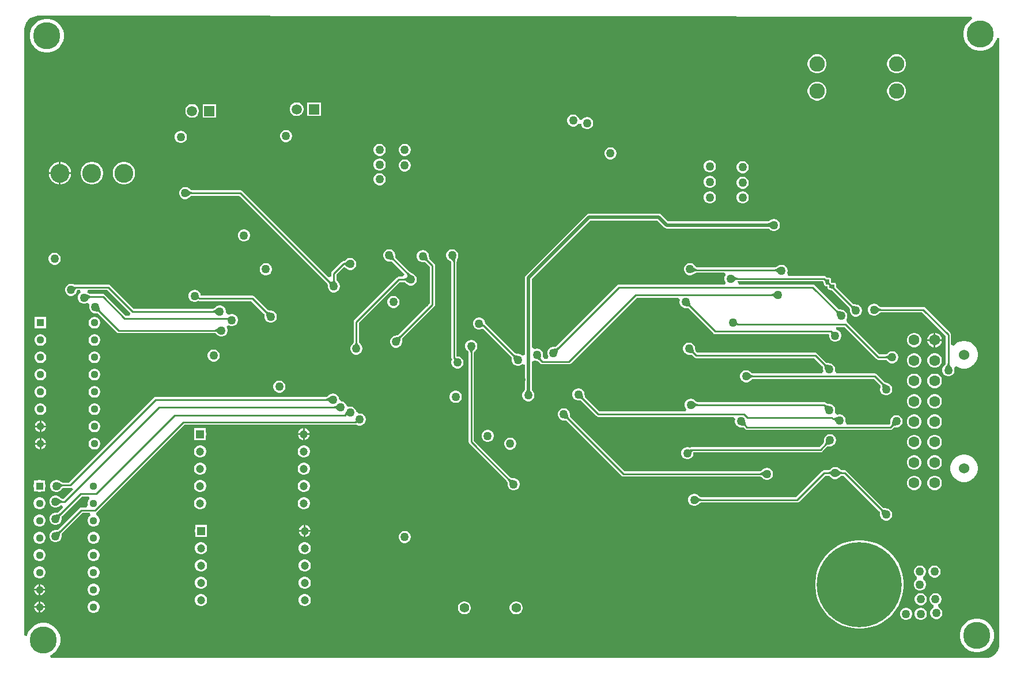
<source format=gbr>
G04*
G04 #@! TF.GenerationSoftware,Altium Limited,Altium Designer,22.4.2 (48)*
G04*
G04 Layer_Physical_Order=4*
G04 Layer_Color=16711680*
%FSLAX25Y25*%
%MOIN*%
G70*
G04*
G04 #@! TF.SameCoordinates,D9C1796D-00DA-4533-86C4-8477C41658A7*
G04*
G04*
G04 #@! TF.FilePolarity,Positive*
G04*
G01*
G75*
%ADD17C,0.01000*%
%ADD111C,0.02000*%
%ADD115R,0.05906X0.05906*%
%ADD116C,0.05906*%
%ADD117C,0.10925*%
%ADD118C,0.09000*%
%ADD119C,0.15630*%
%ADD120C,0.49213*%
%ADD121C,0.04449*%
%ADD122R,0.04449X0.04449*%
%ADD123C,0.06319*%
%ADD124C,0.06004*%
%ADD125C,0.04724*%
%ADD126R,0.04724X0.04724*%
%ADD127C,0.05512*%
%ADD128C,0.05000*%
%ADD129C,0.02400*%
G36*
X652773Y495037D02*
X653153Y494160D01*
X653167Y493537D01*
X651763Y492599D01*
X650401Y491237D01*
X649330Y489634D01*
X648593Y487854D01*
X648216Y485964D01*
Y484036D01*
X648593Y482146D01*
X649330Y480366D01*
X650401Y478763D01*
X651763Y477401D01*
X653366Y476330D01*
X655146Y475593D01*
X657036Y475216D01*
X658964D01*
X660854Y475593D01*
X662634Y476330D01*
X664237Y477401D01*
X665599Y478763D01*
X666670Y480366D01*
X667408Y482146D01*
X667529Y482758D01*
X669029Y482610D01*
X669029Y132000D01*
Y131474D01*
X668892Y130430D01*
X668619Y129414D01*
X668217Y128441D01*
X667690Y127530D01*
X667050Y126695D01*
X666305Y125951D01*
X665470Y125310D01*
X664559Y124784D01*
X663587Y124381D01*
X662570Y124108D01*
X661526Y123971D01*
X661000Y123971D01*
X120090Y123981D01*
X119792Y125481D01*
X120634Y125830D01*
X122237Y126901D01*
X123599Y128263D01*
X124670Y129866D01*
X125408Y131646D01*
X125784Y133536D01*
Y135464D01*
X125408Y137354D01*
X124670Y139134D01*
X123599Y140737D01*
X122237Y142099D01*
X120634Y143170D01*
X118854Y143907D01*
X116964Y144283D01*
X115036D01*
X113146Y143907D01*
X111366Y143170D01*
X109763Y142099D01*
X108401Y140737D01*
X107330Y139134D01*
X106593Y137354D01*
X106471Y136742D01*
X104971Y136890D01*
X104971Y487500D01*
Y488026D01*
X105108Y489070D01*
X105381Y490086D01*
X105783Y491059D01*
X106310Y491970D01*
X106950Y492805D01*
X107695Y493549D01*
X108530Y494190D01*
X109441Y494717D01*
X110414Y495119D01*
X111430Y495392D01*
X112474Y495529D01*
X113000D01*
X113381Y495579D01*
X652773Y495037D01*
D02*
G37*
%LPC*%
G36*
X118964Y493784D02*
X117036D01*
X115146Y493407D01*
X113366Y492670D01*
X111763Y491599D01*
X110401Y490237D01*
X109330Y488634D01*
X108592Y486854D01*
X108217Y484964D01*
Y483036D01*
X108592Y481146D01*
X109330Y479366D01*
X110401Y477763D01*
X111763Y476401D01*
X113366Y475330D01*
X115146Y474592D01*
X117036Y474217D01*
X118964D01*
X120854Y474592D01*
X122634Y475330D01*
X124237Y476401D01*
X125599Y477763D01*
X126670Y479366D01*
X127408Y481146D01*
X127784Y483036D01*
Y484964D01*
X127408Y486854D01*
X126670Y488634D01*
X125599Y490237D01*
X124237Y491599D01*
X122634Y492670D01*
X120854Y493407D01*
X118964Y493784D01*
D02*
G37*
G36*
X610224Y473248D02*
X608776D01*
X607377Y472873D01*
X606123Y472149D01*
X605099Y471125D01*
X604375Y469871D01*
X604000Y468472D01*
Y467024D01*
X604375Y465625D01*
X605099Y464371D01*
X606123Y463347D01*
X607377Y462623D01*
X608776Y462248D01*
X610224D01*
X611623Y462623D01*
X612877Y463347D01*
X613901Y464371D01*
X614625Y465625D01*
X615000Y467024D01*
Y468472D01*
X614625Y469871D01*
X613901Y471125D01*
X612877Y472149D01*
X611623Y472873D01*
X610224Y473248D01*
D02*
G37*
G36*
X564224D02*
X562776D01*
X561377Y472873D01*
X560123Y472149D01*
X559099Y471125D01*
X558375Y469871D01*
X558000Y468472D01*
Y467024D01*
X558375Y465625D01*
X559099Y464371D01*
X560123Y463347D01*
X561377Y462623D01*
X562776Y462248D01*
X564224D01*
X565623Y462623D01*
X566877Y463347D01*
X567901Y464371D01*
X568625Y465625D01*
X569000Y467024D01*
Y468472D01*
X568625Y469871D01*
X567901Y471125D01*
X566877Y472149D01*
X565623Y472873D01*
X564224Y473248D01*
D02*
G37*
G36*
X610224Y457500D02*
X608776D01*
X607377Y457125D01*
X606123Y456401D01*
X605099Y455377D01*
X604375Y454123D01*
X604000Y452724D01*
Y451276D01*
X604375Y449877D01*
X605099Y448623D01*
X606123Y447599D01*
X607377Y446875D01*
X608776Y446500D01*
X610224D01*
X611623Y446875D01*
X612877Y447599D01*
X613901Y448623D01*
X614625Y449877D01*
X615000Y451276D01*
Y452724D01*
X614625Y454123D01*
X613901Y455377D01*
X612877Y456401D01*
X611623Y457125D01*
X610224Y457500D01*
D02*
G37*
G36*
X564224D02*
X562776D01*
X561377Y457125D01*
X560123Y456401D01*
X559099Y455377D01*
X558375Y454123D01*
X558000Y452724D01*
Y451276D01*
X558375Y449877D01*
X559099Y448623D01*
X560123Y447599D01*
X561377Y446875D01*
X562776Y446500D01*
X564224D01*
X565623Y446875D01*
X566877Y447599D01*
X567901Y448623D01*
X568625Y449877D01*
X569000Y451276D01*
Y452724D01*
X568625Y454123D01*
X567901Y455377D01*
X566877Y456401D01*
X565623Y457125D01*
X564224Y457500D01*
D02*
G37*
G36*
X276453Y445453D02*
X268547D01*
Y437547D01*
X276453D01*
Y445453D01*
D02*
G37*
G36*
X263020D02*
X261980D01*
X260974Y445183D01*
X260073Y444663D01*
X259337Y443927D01*
X258817Y443026D01*
X258547Y442020D01*
Y440980D01*
X258817Y439974D01*
X259337Y439073D01*
X260073Y438337D01*
X260974Y437817D01*
X261980Y437547D01*
X263020D01*
X264026Y437817D01*
X264927Y438337D01*
X265663Y439073D01*
X266183Y439974D01*
X266453Y440980D01*
Y442020D01*
X266183Y443026D01*
X265663Y443927D01*
X264927Y444663D01*
X264026Y445183D01*
X263020Y445453D01*
D02*
G37*
G36*
X215953Y444453D02*
X208047D01*
Y436547D01*
X215953D01*
Y444453D01*
D02*
G37*
G36*
X202520D02*
X201480D01*
X200474Y444183D01*
X199573Y443663D01*
X198837Y442927D01*
X198317Y442026D01*
X198047Y441020D01*
Y439980D01*
X198317Y438974D01*
X198837Y438073D01*
X199573Y437337D01*
X200474Y436817D01*
X201480Y436547D01*
X202520D01*
X203526Y436817D01*
X204427Y437337D01*
X205163Y438073D01*
X205683Y438974D01*
X205953Y439980D01*
Y441020D01*
X205683Y442026D01*
X205163Y442927D01*
X204427Y443663D01*
X203526Y444183D01*
X202520Y444453D01*
D02*
G37*
G36*
X422961Y438500D02*
X422039D01*
X421149Y438262D01*
X420351Y437801D01*
X419699Y437149D01*
X419239Y436351D01*
X419000Y435461D01*
Y434539D01*
X419239Y433649D01*
X419699Y432851D01*
X420351Y432199D01*
X421149Y431739D01*
X422039Y431500D01*
X422961D01*
X423851Y431739D01*
X424649Y432199D01*
X425301Y432851D01*
X425500Y433196D01*
X426549Y433086D01*
X427045Y432872D01*
X427239Y432149D01*
X427699Y431351D01*
X428351Y430699D01*
X429149Y430238D01*
X430039Y430000D01*
X430961D01*
X431851Y430238D01*
X432649Y430699D01*
X433301Y431351D01*
X433762Y432149D01*
X434000Y433039D01*
Y433961D01*
X433762Y434851D01*
X433301Y435649D01*
X432649Y436301D01*
X431851Y436762D01*
X430961Y437000D01*
X430039D01*
X429149Y436762D01*
X428351Y436301D01*
X427699Y435649D01*
X427500Y435304D01*
X426450Y435414D01*
X425955Y435628D01*
X425762Y436351D01*
X425301Y437149D01*
X424649Y437801D01*
X423851Y438262D01*
X422961Y438500D01*
D02*
G37*
G36*
X256772Y429500D02*
X255850D01*
X254960Y429261D01*
X254162Y428801D01*
X253510Y428149D01*
X253049Y427351D01*
X252811Y426461D01*
Y425539D01*
X253049Y424649D01*
X253510Y423851D01*
X254162Y423199D01*
X254960Y422739D01*
X255850Y422500D01*
X256772D01*
X257662Y422739D01*
X258460Y423199D01*
X259112Y423851D01*
X259573Y424649D01*
X259811Y425539D01*
Y426461D01*
X259573Y427351D01*
X259112Y428149D01*
X258460Y428801D01*
X257662Y429261D01*
X256772Y429500D01*
D02*
G37*
G36*
X195961Y429000D02*
X195039D01*
X194149Y428761D01*
X193351Y428301D01*
X192699Y427649D01*
X192238Y426851D01*
X192000Y425961D01*
Y425039D01*
X192238Y424149D01*
X192699Y423351D01*
X193351Y422699D01*
X194149Y422238D01*
X195039Y422000D01*
X195961D01*
X196851Y422238D01*
X197649Y422699D01*
X198301Y423351D01*
X198761Y424149D01*
X199000Y425039D01*
Y425961D01*
X198761Y426851D01*
X198301Y427649D01*
X197649Y428301D01*
X196851Y428761D01*
X195961Y429000D01*
D02*
G37*
G36*
X325461Y421500D02*
X324539D01*
X323649Y421262D01*
X322851Y420801D01*
X322199Y420149D01*
X321739Y419351D01*
X321500Y418461D01*
Y417539D01*
X321739Y416649D01*
X322199Y415851D01*
X322851Y415199D01*
X323649Y414739D01*
X324539Y414500D01*
X325461D01*
X326351Y414739D01*
X327149Y415199D01*
X327801Y415851D01*
X328261Y416649D01*
X328500Y417539D01*
Y418461D01*
X328261Y419351D01*
X327801Y420149D01*
X327149Y420801D01*
X326351Y421262D01*
X325461Y421500D01*
D02*
G37*
G36*
X310961D02*
X310039D01*
X309149Y421262D01*
X308351Y420801D01*
X307699Y420149D01*
X307239Y419351D01*
X307000Y418461D01*
Y417539D01*
X307239Y416649D01*
X307699Y415851D01*
X308351Y415199D01*
X309149Y414739D01*
X310039Y414500D01*
X310961D01*
X311851Y414739D01*
X312649Y415199D01*
X313301Y415851D01*
X313761Y416649D01*
X314000Y417539D01*
Y418461D01*
X313761Y419351D01*
X313301Y420149D01*
X312649Y420801D01*
X311851Y421262D01*
X310961Y421500D01*
D02*
G37*
G36*
X444461Y419500D02*
X443539D01*
X442649Y419262D01*
X441851Y418801D01*
X441199Y418149D01*
X440738Y417351D01*
X440500Y416461D01*
Y415539D01*
X440738Y414649D01*
X441199Y413851D01*
X441851Y413199D01*
X442649Y412739D01*
X443539Y412500D01*
X444461D01*
X445351Y412739D01*
X446149Y413199D01*
X446801Y413851D01*
X447261Y414649D01*
X447500Y415539D01*
Y416461D01*
X447261Y417351D01*
X446801Y418149D01*
X446149Y418801D01*
X445351Y419262D01*
X444461Y419500D01*
D02*
G37*
G36*
X310961Y413000D02*
X310039D01*
X309149Y412761D01*
X308351Y412301D01*
X307699Y411649D01*
X307239Y410851D01*
X307000Y409961D01*
Y409039D01*
X307239Y408149D01*
X307699Y407351D01*
X308351Y406699D01*
X309149Y406239D01*
X310039Y406000D01*
X310961D01*
X311851Y406239D01*
X312649Y406699D01*
X313301Y407351D01*
X313761Y408149D01*
X314000Y409039D01*
Y409961D01*
X313761Y410851D01*
X313301Y411649D01*
X312649Y412301D01*
X311851Y412761D01*
X310961Y413000D01*
D02*
G37*
G36*
X325461Y412500D02*
X324539D01*
X323649Y412261D01*
X322851Y411801D01*
X322199Y411149D01*
X321739Y410351D01*
X321500Y409461D01*
Y408539D01*
X321739Y407649D01*
X322199Y406851D01*
X322851Y406199D01*
X323649Y405738D01*
X324539Y405500D01*
X325461D01*
X326351Y405738D01*
X327149Y406199D01*
X327801Y406851D01*
X328261Y407649D01*
X328500Y408539D01*
Y409461D01*
X328261Y410351D01*
X327801Y411149D01*
X327149Y411801D01*
X326351Y412261D01*
X325461Y412500D01*
D02*
G37*
G36*
X501961Y412000D02*
X501039D01*
X500149Y411762D01*
X499351Y411301D01*
X498699Y410649D01*
X498239Y409851D01*
X498000Y408961D01*
Y408039D01*
X498239Y407149D01*
X498699Y406351D01*
X499351Y405699D01*
X500149Y405238D01*
X501039Y405000D01*
X501961D01*
X502851Y405238D01*
X503649Y405699D01*
X504301Y406351D01*
X504762Y407149D01*
X505000Y408039D01*
Y408961D01*
X504762Y409851D01*
X504301Y410649D01*
X503649Y411301D01*
X502851Y411762D01*
X501961Y412000D01*
D02*
G37*
G36*
X126137Y410963D02*
X126000D01*
Y405000D01*
X131963D01*
Y405136D01*
X131714Y406385D01*
X131227Y407561D01*
X130520Y408620D01*
X129620Y409520D01*
X128561Y410227D01*
X127385Y410714D01*
X126137Y410963D01*
D02*
G37*
G36*
X125000D02*
X124864D01*
X123615Y410714D01*
X122439Y410227D01*
X121380Y409520D01*
X120480Y408620D01*
X119773Y407561D01*
X119286Y406385D01*
X119037Y405136D01*
Y405000D01*
X125000D01*
Y410963D01*
D02*
G37*
G36*
X520961Y411500D02*
X520039D01*
X519149Y411262D01*
X518351Y410801D01*
X517699Y410149D01*
X517239Y409351D01*
X517000Y408461D01*
Y407539D01*
X517239Y406649D01*
X517699Y405851D01*
X518351Y405199D01*
X519149Y404739D01*
X520039Y404500D01*
X520961D01*
X521851Y404739D01*
X522649Y405199D01*
X523301Y405851D01*
X523762Y406649D01*
X524000Y407539D01*
Y408461D01*
X523762Y409351D01*
X523301Y410149D01*
X522649Y410801D01*
X521851Y411262D01*
X520961Y411500D01*
D02*
G37*
G36*
X163144Y410963D02*
X161871D01*
X160623Y410714D01*
X159447Y410227D01*
X158388Y409520D01*
X157488Y408620D01*
X156781Y407561D01*
X156294Y406385D01*
X156045Y405136D01*
Y403863D01*
X156294Y402615D01*
X156781Y401439D01*
X157488Y400380D01*
X158388Y399480D01*
X159447Y398773D01*
X160623Y398286D01*
X161871Y398037D01*
X163144D01*
X164393Y398286D01*
X165569Y398773D01*
X166628Y399480D01*
X167528Y400380D01*
X168235Y401439D01*
X168722Y402615D01*
X168970Y403863D01*
Y405136D01*
X168722Y406385D01*
X168235Y407561D01*
X167528Y408620D01*
X166628Y409520D01*
X165569Y410227D01*
X164393Y410714D01*
X163144Y410963D01*
D02*
G37*
G36*
X144641D02*
X143368D01*
X142119Y410714D01*
X140943Y410227D01*
X139884Y409520D01*
X138984Y408620D01*
X138277Y407561D01*
X137790Y406385D01*
X137541Y405136D01*
Y403863D01*
X137790Y402615D01*
X138277Y401439D01*
X138984Y400380D01*
X139884Y399480D01*
X140943Y398773D01*
X142119Y398286D01*
X143368Y398037D01*
X144641D01*
X145889Y398286D01*
X147065Y398773D01*
X148124Y399480D01*
X149024Y400380D01*
X149731Y401439D01*
X150218Y402615D01*
X150467Y403863D01*
Y405136D01*
X150218Y406385D01*
X149731Y407561D01*
X149024Y408620D01*
X148124Y409520D01*
X147065Y410227D01*
X145889Y410714D01*
X144641Y410963D01*
D02*
G37*
G36*
X131963Y404000D02*
X126000D01*
Y398037D01*
X126137D01*
X127385Y398286D01*
X128561Y398773D01*
X129620Y399480D01*
X130520Y400380D01*
X131227Y401439D01*
X131714Y402615D01*
X131963Y403863D01*
Y404000D01*
D02*
G37*
G36*
X125000D02*
X119037D01*
Y403863D01*
X119286Y402615D01*
X119773Y401439D01*
X120480Y400380D01*
X121380Y399480D01*
X122439Y398773D01*
X123615Y398286D01*
X124864Y398037D01*
X125000D01*
Y404000D01*
D02*
G37*
G36*
X310961Y404500D02*
X310039D01*
X309149Y404261D01*
X308351Y403801D01*
X307699Y403149D01*
X307239Y402351D01*
X307000Y401461D01*
Y400539D01*
X307239Y399649D01*
X307699Y398851D01*
X308351Y398199D01*
X309149Y397739D01*
X310039Y397500D01*
X310961D01*
X311851Y397739D01*
X312649Y398199D01*
X313301Y398851D01*
X313761Y399649D01*
X314000Y400539D01*
Y401461D01*
X313761Y402351D01*
X313301Y403149D01*
X312649Y403801D01*
X311851Y404261D01*
X310961Y404500D01*
D02*
G37*
G36*
X501961Y403000D02*
X501039D01*
X500149Y402762D01*
X499351Y402301D01*
X498699Y401649D01*
X498239Y400851D01*
X498000Y399961D01*
Y399039D01*
X498239Y398149D01*
X498699Y397351D01*
X499351Y396699D01*
X500149Y396238D01*
X501039Y396000D01*
X501961D01*
X502851Y396238D01*
X503649Y396699D01*
X504301Y397351D01*
X504762Y398149D01*
X505000Y399039D01*
Y399961D01*
X504762Y400851D01*
X504301Y401649D01*
X503649Y402301D01*
X502851Y402762D01*
X501961Y403000D01*
D02*
G37*
G36*
X520961Y402500D02*
X520039D01*
X519149Y402261D01*
X518351Y401801D01*
X517699Y401149D01*
X517239Y400351D01*
X517000Y399461D01*
Y398539D01*
X517239Y397649D01*
X517699Y396851D01*
X518351Y396199D01*
X519149Y395739D01*
X520039Y395500D01*
X520961D01*
X521851Y395739D01*
X522649Y396199D01*
X523301Y396851D01*
X523762Y397649D01*
X524000Y398539D01*
Y399461D01*
X523762Y400351D01*
X523301Y401149D01*
X522649Y401801D01*
X521851Y402261D01*
X520961Y402500D01*
D02*
G37*
G36*
Y394000D02*
X520039D01*
X519149Y393761D01*
X518351Y393301D01*
X517699Y392649D01*
X517239Y391851D01*
X517000Y390961D01*
Y390039D01*
X517239Y389149D01*
X517699Y388351D01*
X518351Y387699D01*
X519149Y387239D01*
X520039Y387000D01*
X520961D01*
X521851Y387239D01*
X522649Y387699D01*
X523301Y388351D01*
X523762Y389149D01*
X524000Y390039D01*
Y390961D01*
X523762Y391851D01*
X523301Y392649D01*
X522649Y393301D01*
X521851Y393761D01*
X520961Y394000D01*
D02*
G37*
G36*
X501961D02*
X501039D01*
X500149Y393761D01*
X499351Y393301D01*
X498699Y392649D01*
X498239Y391851D01*
X498000Y390961D01*
Y390039D01*
X498239Y389149D01*
X498699Y388351D01*
X499351Y387699D01*
X500149Y387239D01*
X501039Y387000D01*
X501961D01*
X502851Y387239D01*
X503649Y387699D01*
X504301Y388351D01*
X504762Y389149D01*
X505000Y390039D01*
Y390961D01*
X504762Y391851D01*
X504301Y392649D01*
X503649Y393301D01*
X502851Y393761D01*
X501961Y394000D01*
D02*
G37*
G36*
X472000Y381039D02*
X431500D01*
X430720Y380884D01*
X430058Y380442D01*
X430058Y380442D01*
X395058Y345442D01*
X394616Y344780D01*
X394461Y344000D01*
Y299506D01*
X394375Y299442D01*
X392961Y298989D01*
X392649Y299301D01*
X391851Y299762D01*
X390961Y300000D01*
X390588D01*
X390506Y300019D01*
X389887Y300038D01*
X389656Y300062D01*
X389444Y300096D01*
X389262Y300138D01*
X389110Y300185D01*
X388988Y300235D01*
X388896Y300283D01*
X388845Y300318D01*
X371660Y317503D01*
X371500Y317610D01*
Y317961D01*
X371262Y318851D01*
X370801Y319649D01*
X370149Y320301D01*
X369351Y320761D01*
X368461Y321000D01*
X367539D01*
X366649Y320761D01*
X365851Y320301D01*
X365199Y319649D01*
X364738Y318851D01*
X364500Y317961D01*
Y317039D01*
X364738Y316149D01*
X365199Y315351D01*
X365851Y314699D01*
X366649Y314239D01*
X367539Y314000D01*
X368461D01*
X369351Y314239D01*
X370142Y314695D01*
X386682Y298155D01*
X386717Y298104D01*
X386766Y298012D01*
X386815Y297890D01*
X386862Y297739D01*
X386904Y297556D01*
X386936Y297357D01*
X386978Y296820D01*
X386981Y296515D01*
X387000Y296422D01*
Y296039D01*
X387239Y295149D01*
X387699Y294351D01*
X388351Y293699D01*
X389149Y293238D01*
X390039Y293000D01*
X390961D01*
X391851Y293238D01*
X392649Y293699D01*
X392961Y294011D01*
X394375Y293558D01*
X394461Y293494D01*
Y279463D01*
X394458Y279435D01*
X394433Y279280D01*
X394399Y279140D01*
X394357Y279012D01*
X394308Y278896D01*
X394252Y278791D01*
X394189Y278693D01*
X394117Y278601D01*
X394005Y278482D01*
X393962Y278411D01*
X393699Y278149D01*
X393238Y277351D01*
X393000Y276461D01*
Y275539D01*
X393238Y274649D01*
X393699Y273851D01*
X394351Y273199D01*
X395149Y272739D01*
X396039Y272500D01*
X396961D01*
X397851Y272739D01*
X398649Y273199D01*
X399301Y273851D01*
X399762Y274649D01*
X400000Y275539D01*
Y276461D01*
X399762Y277351D01*
X399301Y278149D01*
X399038Y278411D01*
X398995Y278482D01*
X398883Y278601D01*
X398811Y278693D01*
X398748Y278791D01*
X398692Y278897D01*
X398643Y279012D01*
X398601Y279140D01*
X398567Y279280D01*
X398542Y279435D01*
X398539Y279463D01*
Y295481D01*
X400039Y296302D01*
X400149Y296238D01*
X400384Y296176D01*
X400440Y296144D01*
X401138Y295914D01*
X401691Y295705D01*
X402118Y295513D01*
X402262Y295437D01*
X402375Y295369D01*
X402415Y295340D01*
X403336Y294419D01*
X403832Y294087D01*
X404418Y293971D01*
X420000D01*
X420585Y294087D01*
X421081Y294419D01*
X459133Y332471D01*
X483153D01*
X483583Y332027D01*
X484137Y330971D01*
X484000Y330461D01*
Y329539D01*
X484238Y328649D01*
X484699Y327851D01*
X485351Y327199D01*
X486149Y326739D01*
X487039Y326500D01*
X487411D01*
X487494Y326481D01*
X488113Y326462D01*
X488344Y326438D01*
X488556Y326404D01*
X488738Y326362D01*
X488890Y326315D01*
X489012Y326266D01*
X489104Y326217D01*
X489155Y326182D01*
X503519Y311818D01*
X504015Y311487D01*
X504600Y311370D01*
X570186D01*
X570500Y310961D01*
Y310039D01*
X570739Y309149D01*
X571199Y308351D01*
X571851Y307699D01*
X572649Y307239D01*
X573539Y307000D01*
X574461D01*
X575351Y307239D01*
X576149Y307699D01*
X576801Y308351D01*
X577261Y309149D01*
X577500Y310039D01*
Y310961D01*
X577261Y311851D01*
X576801Y312649D01*
X576149Y313301D01*
X575351Y313761D01*
X574461Y314000D01*
X574532Y315471D01*
X579366D01*
X597919Y296919D01*
X598415Y296587D01*
X599000Y296471D01*
X603130D01*
X603191Y296459D01*
X603290Y296428D01*
X603411Y296377D01*
X603552Y296303D01*
X603710Y296204D01*
X603874Y296086D01*
X604283Y295735D01*
X604501Y295522D01*
X604580Y295470D01*
X604851Y295199D01*
X605649Y294739D01*
X606539Y294500D01*
X607461D01*
X608351Y294739D01*
X609149Y295199D01*
X609801Y295851D01*
X610261Y296649D01*
X610500Y297539D01*
Y298461D01*
X610261Y299351D01*
X609801Y300149D01*
X609149Y300801D01*
X608351Y301261D01*
X607461Y301500D01*
X606539D01*
X605649Y301261D01*
X604851Y300801D01*
X604588Y300537D01*
X604516Y300493D01*
X604065Y300068D01*
X603885Y299922D01*
X603710Y299796D01*
X603552Y299697D01*
X603411Y299623D01*
X603290Y299572D01*
X603191Y299541D01*
X603130Y299529D01*
X599634D01*
X581081Y318081D01*
X580824Y318253D01*
X580436Y319439D01*
X580377Y319984D01*
X580761Y320649D01*
X581000Y321539D01*
Y322461D01*
X580761Y323351D01*
X580301Y324149D01*
X579649Y324801D01*
X578851Y325261D01*
X577961Y325500D01*
X577589D01*
X577506Y325519D01*
X576887Y325538D01*
X576656Y325562D01*
X576444Y325596D01*
X576262Y325638D01*
X576110Y325685D01*
X575988Y325734D01*
X575896Y325783D01*
X575845Y325818D01*
X562081Y339581D01*
X561585Y339913D01*
X561000Y340029D01*
X518269D01*
X518040Y340204D01*
X517425Y341529D01*
X517666Y341845D01*
X517875Y341971D01*
X566866D01*
X567001Y341836D01*
X567036Y341786D01*
X567095Y341682D01*
X567158Y341543D01*
X567224Y341371D01*
X567285Y341176D01*
X567411Y340650D01*
X567463Y340363D01*
X567513Y340023D01*
X567554Y339909D01*
X567576Y339791D01*
X567620Y339723D01*
X567647Y339648D01*
X567728Y339559D01*
X567794Y339458D01*
X567860Y339412D01*
X567913Y339353D01*
X568022Y339301D01*
X568122Y339233D01*
X568201Y339217D01*
X568273Y339182D01*
X568394Y339176D01*
X568511Y339152D01*
X569640Y339140D01*
X569652Y338012D01*
X569676Y337894D01*
X569682Y337773D01*
X569717Y337701D01*
X569733Y337622D01*
X569801Y337523D01*
X569853Y337414D01*
X569912Y337360D01*
X569957Y337294D01*
X570058Y337228D01*
X570148Y337147D01*
X570223Y337120D01*
X570291Y337076D01*
X570409Y337053D01*
X570523Y337013D01*
X570863Y336963D01*
X571150Y336911D01*
X571676Y336785D01*
X571871Y336724D01*
X572043Y336658D01*
X572182Y336595D01*
X572286Y336536D01*
X572336Y336501D01*
X582182Y326655D01*
X582217Y326604D01*
X582266Y326512D01*
X582315Y326390D01*
X582362Y326238D01*
X582404Y326056D01*
X582436Y325857D01*
X582478Y325320D01*
X582481Y325015D01*
X582500Y324922D01*
Y324539D01*
X582738Y323649D01*
X583199Y322851D01*
X583851Y322199D01*
X584649Y321739D01*
X585539Y321500D01*
X586461D01*
X587351Y321739D01*
X588149Y322199D01*
X588801Y322851D01*
X589261Y323649D01*
X589500Y324539D01*
Y325461D01*
X589261Y326351D01*
X588801Y327149D01*
X588149Y327801D01*
X587351Y328261D01*
X586461Y328500D01*
X586089D01*
X586006Y328519D01*
X585387Y328538D01*
X585156Y328562D01*
X584944Y328596D01*
X584761Y328638D01*
X584610Y328685D01*
X584488Y328734D01*
X584396Y328783D01*
X584345Y328818D01*
X574599Y338563D01*
X574568Y338611D01*
X574529Y338688D01*
X574493Y338789D01*
X574462Y338915D01*
X574439Y339070D01*
X574427Y339253D01*
X574429Y339464D01*
X574446Y339703D01*
X574483Y339993D01*
X574478Y340053D01*
X574491Y340111D01*
X574491Y340112D01*
X574465Y340249D01*
X574455Y340390D01*
X574455Y340390D01*
X574428Y340443D01*
X574417Y340502D01*
X574340Y340620D01*
X574277Y340746D01*
X574232Y340785D01*
X574199Y340835D01*
X574083Y340915D01*
X573977Y341007D01*
X573920Y341026D01*
X573871Y341060D01*
X573871Y341060D01*
X573733Y341089D01*
X573600Y341133D01*
X573600Y341133D01*
X573540Y341129D01*
X573481Y341141D01*
X572007Y341156D01*
X571656Y341507D01*
X571641Y342981D01*
X571629Y343040D01*
X571633Y343100D01*
X571633Y343100D01*
X571589Y343233D01*
X571560Y343371D01*
X571560Y343371D01*
X571526Y343420D01*
X571507Y343477D01*
X571415Y343583D01*
X571335Y343699D01*
X571285Y343732D01*
X571246Y343777D01*
X571120Y343840D01*
X571002Y343917D01*
X570943Y343928D01*
X570890Y343955D01*
X570890Y343955D01*
X570750Y343965D01*
X570612Y343991D01*
X570611Y343991D01*
X570553Y343979D01*
X570493Y343983D01*
X570203Y343946D01*
X569965Y343929D01*
X569753Y343927D01*
X569570Y343939D01*
X569415Y343962D01*
X569289Y343993D01*
X569188Y344029D01*
X569110Y344068D01*
X569064Y344099D01*
X568581Y344581D01*
X568085Y344913D01*
X567500Y345029D01*
X547007D01*
X546192Y346529D01*
X546262Y346649D01*
X546500Y347539D01*
Y348461D01*
X546262Y349351D01*
X545801Y350149D01*
X545149Y350801D01*
X544351Y351261D01*
X543461Y351500D01*
X542539D01*
X541649Y351261D01*
X541128Y350961D01*
X541051Y350931D01*
X540467Y350557D01*
X540234Y350422D01*
X539783Y350195D01*
X539614Y350124D01*
X539463Y350072D01*
X539342Y350040D01*
X539284Y350029D01*
X493918D01*
X493865Y350040D01*
X493790Y350066D01*
X493705Y350108D01*
X493606Y350171D01*
X493494Y350259D01*
X493371Y350377D01*
X493239Y350524D01*
X493099Y350702D01*
X492940Y350935D01*
X492905Y350969D01*
X492801Y351149D01*
X492149Y351801D01*
X491351Y352261D01*
X490461Y352500D01*
X489539D01*
X488649Y352261D01*
X487851Y351801D01*
X487199Y351149D01*
X486738Y350351D01*
X486500Y349461D01*
Y348539D01*
X486738Y347649D01*
X487199Y346851D01*
X487851Y346199D01*
X488649Y345739D01*
X489539Y345500D01*
X490461D01*
X491351Y345739D01*
X491872Y346039D01*
X491949Y346069D01*
X492533Y346443D01*
X492766Y346578D01*
X493217Y346805D01*
X493386Y346876D01*
X493538Y346928D01*
X493658Y346960D01*
X493716Y346971D01*
X509900D01*
X510388Y346164D01*
X510596Y345471D01*
X510239Y344851D01*
X510000Y343961D01*
Y343039D01*
X510239Y342149D01*
X510596Y341529D01*
X510388Y340836D01*
X509900Y340029D01*
X449000D01*
X448415Y339913D01*
X447919Y339581D01*
X412655Y304318D01*
X412604Y304283D01*
X412512Y304235D01*
X412390Y304185D01*
X412239Y304138D01*
X412056Y304096D01*
X411857Y304064D01*
X411320Y304022D01*
X411015Y304019D01*
X410922Y304000D01*
X410539D01*
X409649Y303762D01*
X408851Y303301D01*
X408199Y302649D01*
X407738Y301851D01*
X407500Y300961D01*
Y300039D01*
X407738Y299149D01*
X408096Y298529D01*
X407888Y297836D01*
X407400Y297029D01*
X405936D01*
X405632Y297220D01*
X405507Y297324D01*
X405398Y297450D01*
X404849Y298420D01*
X404857Y298508D01*
X405000Y299039D01*
Y299961D01*
X404762Y300851D01*
X404301Y301649D01*
X403649Y302301D01*
X402851Y302762D01*
X401961Y303000D01*
X401039D01*
X400149Y302762D01*
X400039Y302698D01*
X398539Y303519D01*
Y343155D01*
X432345Y376961D01*
X471155D01*
X475058Y373058D01*
X475720Y372616D01*
X476500Y372461D01*
X535037D01*
X535065Y372458D01*
X535220Y372433D01*
X535360Y372399D01*
X535488Y372357D01*
X535603Y372308D01*
X535709Y372252D01*
X535807Y372189D01*
X535899Y372117D01*
X536018Y372005D01*
X536089Y371962D01*
X536351Y371699D01*
X537149Y371238D01*
X538039Y371000D01*
X538961D01*
X539851Y371238D01*
X540649Y371699D01*
X541301Y372351D01*
X541761Y373149D01*
X542000Y374039D01*
Y374961D01*
X541761Y375851D01*
X541301Y376649D01*
X540649Y377301D01*
X539851Y377762D01*
X538961Y378000D01*
X538039D01*
X537149Y377762D01*
X536351Y377301D01*
X536089Y377038D01*
X536018Y376995D01*
X535899Y376883D01*
X535807Y376811D01*
X535709Y376748D01*
X535603Y376692D01*
X535488Y376643D01*
X535360Y376601D01*
X535220Y376567D01*
X535065Y376542D01*
X535037Y376539D01*
X477345D01*
X473442Y380442D01*
X472780Y380884D01*
X472000Y381039D01*
D02*
G37*
G36*
X232461Y372000D02*
X231539D01*
X230649Y371761D01*
X229851Y371301D01*
X229199Y370649D01*
X228738Y369851D01*
X228500Y368961D01*
Y368039D01*
X228738Y367149D01*
X229199Y366351D01*
X229851Y365699D01*
X230649Y365238D01*
X231539Y365000D01*
X232461D01*
X233351Y365238D01*
X234149Y365699D01*
X234801Y366351D01*
X235262Y367149D01*
X235500Y368039D01*
Y368961D01*
X235262Y369851D01*
X234801Y370649D01*
X234149Y371301D01*
X233351Y371761D01*
X232461Y372000D01*
D02*
G37*
G36*
X122961Y358500D02*
X122039D01*
X121149Y358261D01*
X120351Y357801D01*
X119699Y357149D01*
X119238Y356351D01*
X119000Y355461D01*
Y354539D01*
X119238Y353649D01*
X119699Y352851D01*
X120351Y352199D01*
X121149Y351739D01*
X122039Y351500D01*
X122961D01*
X123851Y351739D01*
X124649Y352199D01*
X125301Y352851D01*
X125761Y353649D01*
X126000Y354539D01*
Y355461D01*
X125761Y356351D01*
X125301Y357149D01*
X124649Y357801D01*
X123851Y358261D01*
X122961Y358500D01*
D02*
G37*
G36*
X198461Y396500D02*
X197539D01*
X196649Y396262D01*
X195851Y395801D01*
X195199Y395149D01*
X194738Y394351D01*
X194500Y393461D01*
Y392539D01*
X194738Y391649D01*
X195199Y390851D01*
X195851Y390199D01*
X196649Y389738D01*
X197539Y389500D01*
X198461D01*
X199351Y389738D01*
X200149Y390199D01*
X200412Y390462D01*
X200484Y390507D01*
X200936Y390932D01*
X201115Y391078D01*
X201290Y391204D01*
X201448Y391303D01*
X201589Y391377D01*
X201710Y391428D01*
X201810Y391459D01*
X201870Y391471D01*
X229366D01*
X280182Y340655D01*
X280217Y340604D01*
X280265Y340512D01*
X280315Y340390D01*
X280362Y340238D01*
X280404Y340056D01*
X280436Y339857D01*
X280478Y339320D01*
X280481Y339015D01*
X280500Y338922D01*
Y338539D01*
X280738Y337649D01*
X281199Y336851D01*
X281851Y336199D01*
X282649Y335738D01*
X283539Y335500D01*
X284461D01*
X285351Y335738D01*
X286149Y336199D01*
X286801Y336851D01*
X287262Y337649D01*
X287500Y338539D01*
Y339461D01*
X287262Y340351D01*
X286801Y341149D01*
X286538Y341412D01*
X286493Y341484D01*
X286068Y341935D01*
X285922Y342115D01*
X285796Y342290D01*
X285697Y342448D01*
X285623Y342589D01*
X285572Y342710D01*
X285541Y342810D01*
X285529Y342869D01*
Y345866D01*
X289996Y350333D01*
X290052Y350303D01*
X290210Y350204D01*
X290374Y350086D01*
X290783Y349735D01*
X291001Y349522D01*
X291080Y349470D01*
X291351Y349199D01*
X292149Y348739D01*
X293039Y348500D01*
X293961D01*
X294851Y348739D01*
X295649Y349199D01*
X296301Y349851D01*
X296761Y350649D01*
X297000Y351539D01*
Y352461D01*
X296761Y353351D01*
X296301Y354149D01*
X295649Y354801D01*
X294851Y355261D01*
X293961Y355500D01*
X293039D01*
X292149Y355261D01*
X291351Y354801D01*
X291088Y354538D01*
X291016Y354493D01*
X290564Y354068D01*
X290385Y353922D01*
X290210Y353796D01*
X290052Y353697D01*
X289911Y353623D01*
X289790Y353572D01*
X289690Y353541D01*
X289631Y353529D01*
X289500D01*
X288915Y353413D01*
X288419Y353081D01*
X282919Y347581D01*
X282587Y347085D01*
X282471Y346500D01*
Y344814D01*
X280971Y344192D01*
X231081Y394081D01*
X230585Y394413D01*
X230000Y394529D01*
X201870D01*
X201810Y394541D01*
X201710Y394572D01*
X201589Y394623D01*
X201448Y394697D01*
X201290Y394796D01*
X201126Y394914D01*
X200717Y395265D01*
X200499Y395478D01*
X200420Y395530D01*
X200149Y395801D01*
X199351Y396262D01*
X198461Y396500D01*
D02*
G37*
G36*
X245035Y352426D02*
X244113D01*
X243223Y352187D01*
X242425Y351727D01*
X241773Y351075D01*
X241313Y350277D01*
X241074Y349387D01*
Y348465D01*
X241313Y347575D01*
X241773Y346777D01*
X242425Y346125D01*
X243223Y345665D01*
X244113Y345426D01*
X245035D01*
X245925Y345665D01*
X246723Y346125D01*
X247375Y346777D01*
X247835Y347575D01*
X248074Y348465D01*
Y349387D01*
X247835Y350277D01*
X247375Y351075D01*
X246723Y351727D01*
X245925Y352187D01*
X245035Y352426D01*
D02*
G37*
G36*
X316461Y360500D02*
X315539D01*
X314649Y360262D01*
X313851Y359801D01*
X313199Y359149D01*
X312738Y358351D01*
X312500Y357461D01*
Y356539D01*
X312738Y355649D01*
X313199Y354851D01*
X313851Y354199D01*
X314649Y353738D01*
X315539Y353500D01*
X315912D01*
X315994Y353481D01*
X316613Y353462D01*
X316844Y353438D01*
X317056Y353404D01*
X317238Y353362D01*
X317390Y353315D01*
X317512Y353266D01*
X317604Y353217D01*
X317655Y353182D01*
X324634Y346203D01*
X324686Y346114D01*
X324768Y345910D01*
X324799Y345776D01*
X324692Y345614D01*
X323852Y344529D01*
X321500D01*
X320915Y344413D01*
X320419Y344081D01*
X295919Y319581D01*
X295587Y319085D01*
X295471Y318500D01*
Y306870D01*
X295459Y306809D01*
X295428Y306710D01*
X295377Y306589D01*
X295303Y306448D01*
X295204Y306290D01*
X295086Y306126D01*
X294735Y305717D01*
X294522Y305499D01*
X294470Y305420D01*
X294199Y305149D01*
X293739Y304351D01*
X293500Y303461D01*
Y302539D01*
X293739Y301649D01*
X294199Y300851D01*
X294851Y300199D01*
X295649Y299739D01*
X296539Y299500D01*
X297461D01*
X298351Y299739D01*
X299149Y300199D01*
X299801Y300851D01*
X300261Y301649D01*
X300500Y302539D01*
Y303461D01*
X300261Y304351D01*
X299801Y305149D01*
X299537Y305412D01*
X299493Y305484D01*
X299068Y305936D01*
X298922Y306115D01*
X298796Y306290D01*
X298697Y306448D01*
X298623Y306589D01*
X298572Y306710D01*
X298541Y306809D01*
X298529Y306870D01*
Y317866D01*
X322133Y341471D01*
X324630D01*
X324691Y341459D01*
X324790Y341428D01*
X324911Y341377D01*
X325052Y341303D01*
X325210Y341204D01*
X325374Y341086D01*
X325783Y340735D01*
X326001Y340522D01*
X326080Y340470D01*
X326351Y340199D01*
X327149Y339738D01*
X328039Y339500D01*
X328961D01*
X329851Y339738D01*
X330649Y340199D01*
X331301Y340851D01*
X331762Y341649D01*
X332000Y342539D01*
Y343461D01*
X331762Y344351D01*
X331301Y345149D01*
X330649Y345801D01*
X329951Y346203D01*
X329942Y346210D01*
X329928Y346217D01*
X329851Y346262D01*
X329810Y346272D01*
X328919Y346692D01*
X328405Y346969D01*
X327999Y347221D01*
X327858Y347321D01*
X327775Y347388D01*
X319818Y355345D01*
X319783Y355396D01*
X319735Y355488D01*
X319685Y355610D01*
X319638Y355762D01*
X319596Y355944D01*
X319564Y356143D01*
X319522Y356680D01*
X319519Y356985D01*
X319500Y357078D01*
Y357461D01*
X319262Y358351D01*
X318801Y359149D01*
X318149Y359801D01*
X317351Y360262D01*
X316461Y360500D01*
D02*
G37*
G36*
X318961Y333500D02*
X318039D01*
X317149Y333261D01*
X316351Y332801D01*
X315699Y332149D01*
X315238Y331351D01*
X315000Y330461D01*
Y329539D01*
X315238Y328649D01*
X315699Y327851D01*
X316351Y327199D01*
X317149Y326739D01*
X318039Y326500D01*
X318961D01*
X319851Y326739D01*
X320649Y327199D01*
X321301Y327851D01*
X321761Y328649D01*
X322000Y329539D01*
Y330461D01*
X321761Y331351D01*
X321301Y332149D01*
X320649Y332801D01*
X319851Y333261D01*
X318961Y333500D01*
D02*
G37*
G36*
X203961Y337000D02*
X203039D01*
X202149Y336761D01*
X201351Y336301D01*
X200699Y335649D01*
X200238Y334851D01*
X200000Y333961D01*
Y333039D01*
X200238Y332149D01*
X200699Y331351D01*
X201351Y330699D01*
X202149Y330239D01*
X203039Y330000D01*
X203961D01*
X204851Y330239D01*
X205477Y330600D01*
X205497Y330587D01*
X206082Y330471D01*
X236367D01*
X243682Y323155D01*
X243717Y323104D01*
X243765Y323012D01*
X243815Y322890D01*
X243862Y322739D01*
X243904Y322556D01*
X243936Y322357D01*
X243978Y321820D01*
X243981Y321515D01*
X244000Y321422D01*
Y321039D01*
X244238Y320149D01*
X244699Y319351D01*
X245351Y318699D01*
X246149Y318238D01*
X247039Y318000D01*
X247961D01*
X248851Y318238D01*
X249649Y318699D01*
X250301Y319351D01*
X250762Y320149D01*
X251000Y321039D01*
Y321961D01*
X250762Y322851D01*
X250301Y323649D01*
X249649Y324301D01*
X248851Y324762D01*
X247961Y325000D01*
X247588D01*
X247506Y325019D01*
X246887Y325038D01*
X246656Y325062D01*
X246444Y325096D01*
X246262Y325138D01*
X246110Y325185D01*
X245988Y325235D01*
X245896Y325283D01*
X245845Y325318D01*
X238081Y333081D01*
X237585Y333413D01*
X237000Y333529D01*
X207000D01*
Y333961D01*
X206762Y334851D01*
X206301Y335649D01*
X205649Y336301D01*
X204851Y336761D01*
X203961Y337000D01*
D02*
G37*
G36*
X132461Y340500D02*
X131539D01*
X130649Y340262D01*
X129851Y339801D01*
X129199Y339149D01*
X128738Y338351D01*
X128500Y337461D01*
Y336539D01*
X128738Y335649D01*
X129199Y334851D01*
X129851Y334199D01*
X130649Y333738D01*
X131539Y333500D01*
X132461D01*
X133351Y333738D01*
X134149Y334199D01*
X134801Y334851D01*
X135261Y335649D01*
X135500Y336539D01*
Y336971D01*
X137243D01*
X137645Y335471D01*
X137351Y335301D01*
X136699Y334649D01*
X136239Y333851D01*
X136000Y332961D01*
Y332039D01*
X136239Y331149D01*
X136699Y330351D01*
X137351Y329699D01*
X138149Y329239D01*
X139039Y329000D01*
X139961D01*
X140851Y329239D01*
X141370Y329538D01*
X141989Y329278D01*
X142556Y328576D01*
X142694Y328185D01*
X142500Y327461D01*
Y326539D01*
X142738Y325649D01*
X143199Y324851D01*
X143851Y324199D01*
X144649Y323739D01*
X145539Y323500D01*
X145912D01*
X145994Y323481D01*
X146613Y323462D01*
X146844Y323438D01*
X147056Y323404D01*
X147239Y323362D01*
X147390Y323315D01*
X147512Y323266D01*
X147604Y323217D01*
X147655Y323182D01*
X158419Y312419D01*
X158915Y312087D01*
X159500Y311971D01*
X215130D01*
X215191Y311959D01*
X215290Y311928D01*
X215411Y311877D01*
X215552Y311803D01*
X215710Y311704D01*
X215874Y311586D01*
X216283Y311235D01*
X216501Y311022D01*
X216580Y310970D01*
X216851Y310699D01*
X217649Y310239D01*
X218539Y310000D01*
X219461D01*
X220351Y310239D01*
X221149Y310699D01*
X221801Y311351D01*
X222262Y312149D01*
X222500Y313039D01*
Y313961D01*
X222262Y314851D01*
X221801Y315649D01*
X222851Y316699D01*
X223649Y316238D01*
X224539Y316000D01*
X225461D01*
X226351Y316238D01*
X227149Y316699D01*
X227801Y317351D01*
X228261Y318149D01*
X228500Y319039D01*
Y319961D01*
X228261Y320851D01*
X227801Y321649D01*
X227149Y322301D01*
X226351Y322762D01*
X225461Y323000D01*
X224539D01*
X223649Y322762D01*
X223300Y322560D01*
X222524Y322766D01*
X221500Y324039D01*
Y324961D01*
X221262Y325851D01*
X220801Y326649D01*
X220149Y327301D01*
X219351Y327762D01*
X218461Y328000D01*
X217539D01*
X216649Y327762D01*
X215851Y327301D01*
X215588Y327038D01*
X215516Y326993D01*
X215065Y326568D01*
X214885Y326422D01*
X214710Y326296D01*
X214552Y326197D01*
X214411Y326123D01*
X214290Y326072D01*
X214191Y326041D01*
X214130Y326029D01*
X168133D01*
X154581Y339581D01*
X154085Y339913D01*
X153500Y340029D01*
X134582D01*
X133997Y339913D01*
X133977Y339900D01*
X133351Y340262D01*
X132461Y340500D01*
D02*
G37*
G36*
X145948Y321406D02*
X145052D01*
X144185Y321173D01*
X143409Y320725D01*
X142775Y320091D01*
X142327Y319315D01*
X142095Y318448D01*
Y317552D01*
X142327Y316686D01*
X142775Y315909D01*
X143409Y315275D01*
X144185Y314827D01*
X145052Y314595D01*
X145948D01*
X146815Y314827D01*
X147591Y315275D01*
X148225Y315909D01*
X148673Y316686D01*
X148906Y317552D01*
Y318448D01*
X148673Y319315D01*
X148225Y320091D01*
X147591Y320725D01*
X146815Y321173D01*
X145948Y321406D01*
D02*
G37*
G36*
X114688D02*
X113792D01*
X113116Y321224D01*
X111016D01*
Y319124D01*
X110835Y318448D01*
Y317552D01*
X111016Y316876D01*
Y314776D01*
X113116D01*
X113792Y314595D01*
X114688D01*
X115364Y314776D01*
X117464D01*
Y316876D01*
X117646Y317552D01*
Y318448D01*
X117464Y319124D01*
Y321224D01*
X115364D01*
X114688Y321406D01*
D02*
G37*
G36*
X632048Y312092D02*
X632000D01*
Y308433D01*
X635660D01*
Y308481D01*
X635376Y309539D01*
X634828Y310487D01*
X634054Y311261D01*
X633106Y311809D01*
X632048Y312092D01*
D02*
G37*
G36*
X631000D02*
X630952D01*
X629894Y311809D01*
X628946Y311261D01*
X628172Y310487D01*
X627624Y309539D01*
X627341Y308481D01*
Y308433D01*
X631000D01*
Y312092D01*
D02*
G37*
G36*
X145948Y311405D02*
X145052D01*
X144185Y311173D01*
X143409Y310725D01*
X142775Y310091D01*
X142327Y309314D01*
X142095Y308448D01*
Y307552D01*
X142327Y306685D01*
X142775Y305909D01*
X143409Y305275D01*
X144185Y304827D01*
X145052Y304594D01*
X145948D01*
X146815Y304827D01*
X147591Y305275D01*
X148225Y305909D01*
X148673Y306685D01*
X148906Y307552D01*
Y308448D01*
X148673Y309314D01*
X148225Y310091D01*
X147591Y310725D01*
X146815Y311173D01*
X145948Y311405D01*
D02*
G37*
G36*
X114688D02*
X113792D01*
X112926Y311173D01*
X112149Y310725D01*
X111515Y310091D01*
X111067Y309314D01*
X110835Y308448D01*
Y307552D01*
X111067Y306685D01*
X111515Y305909D01*
X112149Y305275D01*
X112926Y304827D01*
X113792Y304594D01*
X114688D01*
X115554Y304827D01*
X116331Y305275D01*
X116965Y305909D01*
X117413Y306685D01*
X117646Y307552D01*
Y308448D01*
X117413Y309314D01*
X116965Y310091D01*
X116331Y310725D01*
X115554Y311173D01*
X114688Y311405D01*
D02*
G37*
G36*
X635660Y307433D02*
X632000D01*
Y303773D01*
X632048D01*
X633106Y304057D01*
X634054Y304605D01*
X634828Y305379D01*
X635376Y306328D01*
X635660Y307385D01*
Y307433D01*
D02*
G37*
G36*
X631000D02*
X627341D01*
Y307385D01*
X627624Y306328D01*
X628172Y305379D01*
X628946Y304605D01*
X629894Y304057D01*
X630952Y303773D01*
X631000D01*
Y307433D01*
D02*
G37*
G36*
X620237Y312092D02*
X619141D01*
X618083Y311809D01*
X617135Y311261D01*
X616361Y310487D01*
X615813Y309539D01*
X615530Y308481D01*
Y307385D01*
X615813Y306328D01*
X616361Y305379D01*
X617135Y304605D01*
X618083Y304057D01*
X619141Y303773D01*
X620237D01*
X621294Y304057D01*
X622243Y304605D01*
X623017Y305379D01*
X623565Y306328D01*
X623848Y307385D01*
Y308481D01*
X623565Y309539D01*
X623017Y310487D01*
X622243Y311261D01*
X621294Y311809D01*
X620237Y312092D01*
D02*
G37*
G36*
X335961Y360000D02*
X335039D01*
X334149Y359762D01*
X333351Y359301D01*
X332699Y358649D01*
X332239Y357851D01*
X332000Y356961D01*
Y356039D01*
X332239Y355149D01*
X332699Y354351D01*
X333351Y353699D01*
X334149Y353239D01*
X335039Y353000D01*
X335412D01*
X335494Y352981D01*
X336113Y352962D01*
X336344Y352938D01*
X336556Y352904D01*
X336738Y352862D01*
X336890Y352815D01*
X337012Y352765D01*
X337104Y352717D01*
X337155Y352682D01*
X339471Y350366D01*
Y329134D01*
X321336Y310999D01*
X321286Y310964D01*
X321182Y310905D01*
X321043Y310842D01*
X320871Y310776D01*
X320686Y310718D01*
X319845Y310534D01*
X319611Y310500D01*
X319539D01*
X318649Y310262D01*
X317851Y309801D01*
X317199Y309149D01*
X316739Y308351D01*
X316500Y307461D01*
Y306539D01*
X316739Y305649D01*
X317199Y304851D01*
X317851Y304199D01*
X318649Y303738D01*
X319539Y303500D01*
X320461D01*
X321351Y303738D01*
X322149Y304199D01*
X322801Y304851D01*
X323261Y305649D01*
X323500Y306539D01*
Y307461D01*
X323478Y307542D01*
X323446Y307797D01*
X323429Y308035D01*
X323427Y308247D01*
X323439Y308430D01*
X323462Y308585D01*
X323493Y308711D01*
X323529Y308812D01*
X323568Y308890D01*
X323599Y308937D01*
X342081Y327419D01*
X342413Y327915D01*
X342529Y328500D01*
Y351000D01*
X342413Y351585D01*
X342081Y352081D01*
X339318Y354845D01*
X339283Y354896D01*
X339234Y354988D01*
X339185Y355110D01*
X339138Y355261D01*
X339096Y355444D01*
X339064Y355643D01*
X339022Y356180D01*
X339019Y356485D01*
X339000Y356578D01*
Y356961D01*
X338761Y357851D01*
X338301Y358649D01*
X337649Y359301D01*
X336851Y359762D01*
X335961Y360000D01*
D02*
G37*
G36*
X214961Y302500D02*
X214039D01*
X213149Y302261D01*
X212351Y301801D01*
X211699Y301149D01*
X211239Y300351D01*
X211000Y299461D01*
Y298539D01*
X211239Y297649D01*
X211699Y296851D01*
X212351Y296199D01*
X213149Y295739D01*
X214039Y295500D01*
X214961D01*
X215851Y295739D01*
X216649Y296199D01*
X217301Y296851D01*
X217761Y297649D01*
X218000Y298539D01*
Y299461D01*
X217761Y300351D01*
X217301Y301149D01*
X216649Y301801D01*
X215851Y302261D01*
X214961Y302500D01*
D02*
G37*
G36*
X145948Y301406D02*
X145052D01*
X144185Y301173D01*
X143409Y300725D01*
X142775Y300091D01*
X142327Y299314D01*
X142095Y298448D01*
Y297552D01*
X142327Y296686D01*
X142775Y295909D01*
X143409Y295275D01*
X144185Y294827D01*
X145052Y294595D01*
X145948D01*
X146815Y294827D01*
X147591Y295275D01*
X148225Y295909D01*
X148673Y296686D01*
X148906Y297552D01*
Y298448D01*
X148673Y299314D01*
X148225Y300091D01*
X147591Y300725D01*
X146815Y301173D01*
X145948Y301406D01*
D02*
G37*
G36*
X114688D02*
X113792D01*
X112926Y301173D01*
X112149Y300725D01*
X111515Y300091D01*
X111067Y299314D01*
X110835Y298448D01*
Y297552D01*
X111067Y296686D01*
X111515Y295909D01*
X112149Y295275D01*
X112926Y294827D01*
X113792Y294595D01*
X114688D01*
X115554Y294827D01*
X116331Y295275D01*
X116965Y295909D01*
X117413Y296686D01*
X117646Y297552D01*
Y298448D01*
X117413Y299314D01*
X116965Y300091D01*
X116331Y300725D01*
X115554Y301173D01*
X114688Y301406D01*
D02*
G37*
G36*
X632048Y300281D02*
X630952D01*
X629894Y299998D01*
X628946Y299450D01*
X628172Y298676D01*
X627624Y297727D01*
X627341Y296670D01*
Y295574D01*
X627624Y294516D01*
X628172Y293568D01*
X628946Y292794D01*
X629894Y292246D01*
X630952Y291963D01*
X632048D01*
X633106Y292246D01*
X634054Y292794D01*
X634828Y293568D01*
X635376Y294516D01*
X635660Y295574D01*
Y296670D01*
X635376Y297727D01*
X634828Y298676D01*
X634054Y299450D01*
X633106Y299998D01*
X632048Y300281D01*
D02*
G37*
G36*
X620237D02*
X619141D01*
X618083Y299998D01*
X617135Y299450D01*
X616361Y298676D01*
X615813Y297727D01*
X615530Y296670D01*
Y295574D01*
X615813Y294516D01*
X616361Y293568D01*
X617135Y292794D01*
X618083Y292246D01*
X619141Y291963D01*
X620237D01*
X621294Y292246D01*
X622243Y292794D01*
X623017Y293568D01*
X623565Y294516D01*
X623848Y295574D01*
Y296670D01*
X623565Y297727D01*
X623017Y298676D01*
X622243Y299450D01*
X621294Y299998D01*
X620237Y300281D01*
D02*
G37*
G36*
X352961Y360500D02*
X352039D01*
X351149Y360262D01*
X350351Y359801D01*
X349699Y359149D01*
X349238Y358351D01*
X349000Y357461D01*
Y356539D01*
X349238Y355649D01*
X349699Y354851D01*
X350351Y354199D01*
X351149Y353738D01*
X351234Y353716D01*
X351441Y353629D01*
X351600Y353546D01*
X351724Y353467D01*
X351815Y353394D01*
X351877Y353330D01*
X351918Y353276D01*
X351944Y353228D01*
X351961Y353181D01*
X351971Y353137D01*
Y297586D01*
X352087Y297001D01*
X352369Y296578D01*
X352238Y296351D01*
X352000Y295461D01*
Y294539D01*
X352238Y293649D01*
X352699Y292851D01*
X353351Y292199D01*
X354149Y291739D01*
X355039Y291500D01*
X355961D01*
X356851Y291739D01*
X357649Y292199D01*
X358301Y292851D01*
X358762Y293649D01*
X359000Y294539D01*
Y295461D01*
X358762Y296351D01*
X358301Y297149D01*
X357649Y297801D01*
X356851Y298261D01*
X355961Y298500D01*
X355039D01*
X355029Y298507D01*
Y353324D01*
X355076Y353631D01*
X355114Y353797D01*
X355619Y355318D01*
X355725Y355587D01*
X355762Y355649D01*
X356000Y356539D01*
Y357461D01*
X355762Y358351D01*
X355301Y359149D01*
X354649Y359801D01*
X353851Y360262D01*
X352961Y360500D01*
D02*
G37*
G36*
X596961Y329000D02*
X596039D01*
X595149Y328762D01*
X594351Y328301D01*
X593699Y327649D01*
X593238Y326851D01*
X593000Y325961D01*
Y325039D01*
X593238Y324149D01*
X593699Y323351D01*
X594351Y322699D01*
X595149Y322238D01*
X596039Y322000D01*
X596961D01*
X597851Y322238D01*
X598649Y322699D01*
X598912Y322962D01*
X598984Y323007D01*
X599436Y323432D01*
X599615Y323578D01*
X599790Y323704D01*
X599948Y323803D01*
X600089Y323877D01*
X600210Y323928D01*
X600310Y323959D01*
X600370Y323971D01*
X624367D01*
X637971Y310367D01*
Y294370D01*
X637959Y294309D01*
X637928Y294210D01*
X637877Y294089D01*
X637803Y293948D01*
X637704Y293790D01*
X637586Y293626D01*
X637235Y293217D01*
X637022Y292999D01*
X636970Y292920D01*
X636699Y292649D01*
X636238Y291851D01*
X636000Y290961D01*
Y290039D01*
X636238Y289149D01*
X636699Y288351D01*
X637351Y287699D01*
X638149Y287239D01*
X639039Y287000D01*
X639961D01*
X640851Y287239D01*
X641649Y287699D01*
X642301Y288351D01*
X642762Y289149D01*
X643000Y290039D01*
Y290961D01*
X642762Y291851D01*
X642701Y291956D01*
X643825Y293009D01*
X644731Y292404D01*
X646182Y291803D01*
X647723Y291496D01*
X649293D01*
X650833Y291803D01*
X652284Y292404D01*
X653590Y293276D01*
X654700Y294387D01*
X655573Y295692D01*
X656174Y297143D01*
X656480Y298683D01*
Y300254D01*
X656174Y301794D01*
X655573Y303245D01*
X654700Y304551D01*
X653590Y305661D01*
X652284Y306534D01*
X650833Y307135D01*
X649293Y307441D01*
X647723D01*
X646182Y307135D01*
X644731Y306534D01*
X643426Y305661D01*
X642529Y304765D01*
X641674Y304938D01*
X641029Y305326D01*
Y311000D01*
X640913Y311585D01*
X640581Y312081D01*
X626082Y326581D01*
X625585Y326913D01*
X625000Y327029D01*
X600370D01*
X600310Y327041D01*
X600210Y327072D01*
X600089Y327123D01*
X599948Y327197D01*
X599790Y327296D01*
X599626Y327414D01*
X599217Y327765D01*
X598999Y327978D01*
X598920Y328030D01*
X598649Y328301D01*
X597851Y328762D01*
X596961Y329000D01*
D02*
G37*
G36*
X489961Y306500D02*
X489039D01*
X488149Y306261D01*
X487351Y305801D01*
X486699Y305149D01*
X486238Y304351D01*
X486000Y303461D01*
Y302539D01*
X486238Y301649D01*
X486699Y300851D01*
X487351Y300199D01*
X488149Y299739D01*
X489039Y299500D01*
X489411D01*
X489494Y299481D01*
X490113Y299462D01*
X490344Y299438D01*
X490556Y299404D01*
X490738Y299362D01*
X490890Y299315D01*
X491012Y299266D01*
X491104Y299217D01*
X491155Y299182D01*
X492418Y297919D01*
X492915Y297587D01*
X493500Y297471D01*
X561867D01*
X566682Y292655D01*
X566717Y292604D01*
X566765Y292512D01*
X566815Y292390D01*
X566862Y292238D01*
X566904Y292056D01*
X566936Y291857D01*
X566978Y291320D01*
X566981Y291015D01*
X567000Y290922D01*
Y290539D01*
X567137Y290029D01*
X566583Y288973D01*
X566153Y288529D01*
X526369D01*
X526309Y288541D01*
X526210Y288572D01*
X526089Y288623D01*
X525948Y288697D01*
X525790Y288796D01*
X525626Y288914D01*
X525217Y289265D01*
X524999Y289478D01*
X524920Y289530D01*
X524649Y289801D01*
X523851Y290262D01*
X522961Y290500D01*
X522039D01*
X521149Y290262D01*
X520351Y289801D01*
X519699Y289149D01*
X519239Y288351D01*
X519000Y287461D01*
Y286539D01*
X519239Y285649D01*
X519699Y284851D01*
X520351Y284199D01*
X521149Y283738D01*
X522039Y283500D01*
X522961D01*
X523851Y283738D01*
X524649Y284199D01*
X524912Y284462D01*
X524984Y284507D01*
X525435Y284932D01*
X525615Y285078D01*
X525790Y285204D01*
X525948Y285303D01*
X526089Y285377D01*
X526210Y285428D01*
X526309Y285459D01*
X526369Y285471D01*
X596367D01*
X600155Y281682D01*
X600182Y281640D01*
X600211Y281579D01*
X600236Y281504D01*
X600254Y281407D01*
X600262Y281286D01*
X600258Y281137D01*
X600237Y280960D01*
X600196Y280757D01*
X600126Y280499D01*
X600119Y280405D01*
X600000Y279961D01*
Y279039D01*
X600239Y278149D01*
X600699Y277351D01*
X601351Y276699D01*
X602149Y276238D01*
X603039Y276000D01*
X603961D01*
X604851Y276238D01*
X605649Y276699D01*
X606301Y277351D01*
X606762Y278149D01*
X607000Y279039D01*
Y279961D01*
X606762Y280851D01*
X606301Y281649D01*
X605649Y282301D01*
X604851Y282762D01*
X604553Y282841D01*
X604480Y282880D01*
X603789Y283091D01*
X603242Y283286D01*
X602818Y283470D01*
X602676Y283543D01*
X602565Y283610D01*
X602522Y283641D01*
X598081Y288081D01*
X597585Y288413D01*
X597000Y288529D01*
X574847D01*
X574416Y288973D01*
X573863Y290029D01*
X574000Y290539D01*
Y291461D01*
X573762Y292351D01*
X573301Y293149D01*
X572649Y293801D01*
X571851Y294262D01*
X570961Y294500D01*
X570588D01*
X570506Y294519D01*
X569887Y294538D01*
X569656Y294562D01*
X569444Y294596D01*
X569262Y294638D01*
X569110Y294685D01*
X568988Y294735D01*
X568896Y294783D01*
X568845Y294818D01*
X563581Y300081D01*
X563085Y300413D01*
X562500Y300529D01*
X494134D01*
X493318Y301345D01*
X493283Y301396D01*
X493234Y301488D01*
X493185Y301610D01*
X493138Y301762D01*
X493096Y301944D01*
X493064Y302143D01*
X493022Y302680D01*
X493019Y302985D01*
X493000Y303078D01*
Y303461D01*
X492762Y304351D01*
X492301Y305149D01*
X491649Y305801D01*
X490851Y306261D01*
X489961Y306500D01*
D02*
G37*
G36*
X145948Y291406D02*
X145052D01*
X144185Y291173D01*
X143409Y290725D01*
X142775Y290091D01*
X142327Y289315D01*
X142095Y288448D01*
Y287552D01*
X142327Y286685D01*
X142775Y285909D01*
X143409Y285275D01*
X144185Y284827D01*
X145052Y284594D01*
X145948D01*
X146815Y284827D01*
X147591Y285275D01*
X148225Y285909D01*
X148673Y286685D01*
X148906Y287552D01*
Y288448D01*
X148673Y289315D01*
X148225Y290091D01*
X147591Y290725D01*
X146815Y291173D01*
X145948Y291406D01*
D02*
G37*
G36*
X114688D02*
X113792D01*
X112926Y291173D01*
X112149Y290725D01*
X111515Y290091D01*
X111067Y289315D01*
X110835Y288448D01*
Y287552D01*
X111067Y286685D01*
X111515Y285909D01*
X112149Y285275D01*
X112926Y284827D01*
X113792Y284594D01*
X114688D01*
X115554Y284827D01*
X116331Y285275D01*
X116965Y285909D01*
X117413Y286685D01*
X117646Y287552D01*
Y288448D01*
X117413Y289315D01*
X116965Y290091D01*
X116331Y290725D01*
X115554Y291173D01*
X114688Y291406D01*
D02*
G37*
G36*
X632048Y288470D02*
X630952D01*
X629894Y288187D01*
X628946Y287639D01*
X628172Y286865D01*
X627624Y285916D01*
X627341Y284859D01*
Y283763D01*
X627624Y282705D01*
X628172Y281757D01*
X628946Y280983D01*
X629894Y280435D01*
X630952Y280152D01*
X632048D01*
X633106Y280435D01*
X634054Y280983D01*
X634828Y281757D01*
X635376Y282705D01*
X635660Y283763D01*
Y284859D01*
X635376Y285916D01*
X634828Y286865D01*
X634054Y287639D01*
X633106Y288187D01*
X632048Y288470D01*
D02*
G37*
G36*
X620237D02*
X619141D01*
X618083Y288187D01*
X617135Y287639D01*
X616361Y286865D01*
X615813Y285916D01*
X615530Y284859D01*
Y283763D01*
X615813Y282705D01*
X616361Y281757D01*
X617135Y280983D01*
X618083Y280435D01*
X619141Y280152D01*
X620237D01*
X621294Y280435D01*
X622243Y280983D01*
X623017Y281757D01*
X623565Y282705D01*
X623848Y283763D01*
Y284859D01*
X623565Y285916D01*
X623017Y286865D01*
X622243Y287639D01*
X621294Y288187D01*
X620237Y288470D01*
D02*
G37*
G36*
X252961Y284500D02*
X252039D01*
X251149Y284261D01*
X250351Y283801D01*
X249699Y283149D01*
X249238Y282351D01*
X249000Y281461D01*
Y280539D01*
X249238Y279649D01*
X249699Y278851D01*
X250351Y278199D01*
X251149Y277738D01*
X252039Y277500D01*
X252961D01*
X253851Y277738D01*
X254649Y278199D01*
X255301Y278851D01*
X255762Y279649D01*
X256000Y280539D01*
Y281461D01*
X255762Y282351D01*
X255301Y283149D01*
X254649Y283801D01*
X253851Y284261D01*
X252961Y284500D01*
D02*
G37*
G36*
X145948Y281405D02*
X145052D01*
X144185Y281173D01*
X143409Y280725D01*
X142775Y280091D01*
X142327Y279314D01*
X142095Y278448D01*
Y277552D01*
X142327Y276686D01*
X142775Y275909D01*
X143409Y275275D01*
X144185Y274827D01*
X145052Y274594D01*
X145948D01*
X146815Y274827D01*
X147591Y275275D01*
X148225Y275909D01*
X148673Y276686D01*
X148906Y277552D01*
Y278448D01*
X148673Y279314D01*
X148225Y280091D01*
X147591Y280725D01*
X146815Y281173D01*
X145948Y281405D01*
D02*
G37*
G36*
X114688D02*
X113792D01*
X112926Y281173D01*
X112149Y280725D01*
X111515Y280091D01*
X111067Y279314D01*
X110835Y278448D01*
Y277552D01*
X111067Y276686D01*
X111515Y275909D01*
X112149Y275275D01*
X112926Y274827D01*
X113792Y274594D01*
X114688D01*
X115554Y274827D01*
X116331Y275275D01*
X116965Y275909D01*
X117413Y276686D01*
X117646Y277552D01*
Y278448D01*
X117413Y279314D01*
X116965Y280091D01*
X116331Y280725D01*
X115554Y281173D01*
X114688Y281405D01*
D02*
G37*
G36*
X354951Y278549D02*
X354029D01*
X353139Y278310D01*
X352341Y277849D01*
X351689Y277198D01*
X351229Y276399D01*
X350990Y275509D01*
Y274588D01*
X351229Y273697D01*
X351689Y272899D01*
X352341Y272248D01*
X353139Y271787D01*
X354029Y271549D01*
X354951D01*
X355841Y271787D01*
X356639Y272248D01*
X357291Y272899D01*
X357752Y273697D01*
X357990Y274588D01*
Y275509D01*
X357752Y276399D01*
X357291Y277198D01*
X356639Y277849D01*
X355841Y278310D01*
X354951Y278549D01*
D02*
G37*
G36*
X632048Y276659D02*
X630952D01*
X629894Y276376D01*
X628946Y275828D01*
X628172Y275054D01*
X627624Y274106D01*
X627341Y273048D01*
Y271952D01*
X627624Y270895D01*
X628172Y269946D01*
X628946Y269172D01*
X629894Y268624D01*
X630952Y268340D01*
X632048D01*
X633106Y268624D01*
X634054Y269172D01*
X634828Y269946D01*
X635376Y270895D01*
X635660Y271952D01*
Y273048D01*
X635376Y274106D01*
X634828Y275054D01*
X634054Y275828D01*
X633106Y276376D01*
X632048Y276659D01*
D02*
G37*
G36*
X620237D02*
X619141D01*
X618083Y276376D01*
X617135Y275828D01*
X616361Y275054D01*
X615813Y274106D01*
X615530Y273048D01*
Y271952D01*
X615813Y270895D01*
X616361Y269946D01*
X617135Y269172D01*
X618083Y268624D01*
X619141Y268340D01*
X620237D01*
X621294Y268624D01*
X622243Y269172D01*
X623017Y269946D01*
X623565Y270895D01*
X623848Y271952D01*
Y273048D01*
X623565Y274106D01*
X623017Y275054D01*
X622243Y275828D01*
X621294Y276376D01*
X620237Y276659D01*
D02*
G37*
G36*
X145948Y271406D02*
X145052D01*
X144185Y271173D01*
X143409Y270725D01*
X142775Y270091D01*
X142327Y269315D01*
X142095Y268448D01*
Y267552D01*
X142327Y266686D01*
X142775Y265909D01*
X143409Y265275D01*
X144185Y264827D01*
X145052Y264595D01*
X145948D01*
X146815Y264827D01*
X147591Y265275D01*
X148225Y265909D01*
X148673Y266686D01*
X148906Y267552D01*
Y268448D01*
X148673Y269315D01*
X148225Y270091D01*
X147591Y270725D01*
X146815Y271173D01*
X145948Y271406D01*
D02*
G37*
G36*
X114688D02*
X113792D01*
X112926Y271173D01*
X112149Y270725D01*
X111515Y270091D01*
X111067Y269315D01*
X110835Y268448D01*
Y267552D01*
X111067Y266686D01*
X111515Y265909D01*
X112149Y265275D01*
X112926Y264827D01*
X113792Y264595D01*
X114688D01*
X115554Y264827D01*
X116331Y265275D01*
X116965Y265909D01*
X117413Y266686D01*
X117646Y267552D01*
Y268448D01*
X117413Y269315D01*
X116965Y270091D01*
X116331Y270725D01*
X115554Y271173D01*
X114688Y271406D01*
D02*
G37*
G36*
X283961Y277000D02*
X283039D01*
X282149Y276762D01*
X281351Y276301D01*
X281088Y276038D01*
X281016Y275993D01*
X280564Y275568D01*
X280385Y275422D01*
X280210Y275296D01*
X280052Y275197D01*
X279911Y275123D01*
X279790Y275072D01*
X279691Y275041D01*
X279630Y275029D01*
X181000D01*
X180415Y274913D01*
X179919Y274581D01*
X130772Y225434D01*
X127253D01*
X127194Y225445D01*
X127077Y225477D01*
X126931Y225530D01*
X126759Y225606D01*
X126581Y225695D01*
X125839Y226154D01*
X125686Y226264D01*
X125649Y226301D01*
X125571Y226346D01*
X125570Y226346D01*
X125569Y226347D01*
X124851Y226762D01*
X123961Y227000D01*
X123039D01*
X122149Y226762D01*
X121351Y226301D01*
X120699Y225649D01*
X120238Y224851D01*
X120000Y223961D01*
Y223039D01*
X120238Y222149D01*
X120699Y221351D01*
X121351Y220699D01*
X122149Y220238D01*
X123039Y220000D01*
X123961D01*
X124851Y220238D01*
X125649Y220699D01*
X126301Y221351D01*
X126357Y221448D01*
X126364Y221455D01*
X126536Y221686D01*
X126686Y221866D01*
X126829Y222016D01*
X126962Y222136D01*
X127083Y222227D01*
X127190Y222293D01*
X127283Y222338D01*
X127362Y222365D01*
X127417Y222376D01*
X131405D01*
X131990Y222492D01*
X132129Y222585D01*
X133085Y221419D01*
X127695Y216029D01*
X126869D01*
X126810Y216041D01*
X126710Y216072D01*
X126589Y216123D01*
X126448Y216197D01*
X126290Y216296D01*
X126126Y216414D01*
X125717Y216765D01*
X125499Y216978D01*
X125420Y217030D01*
X125149Y217301D01*
X124351Y217761D01*
X123461Y218000D01*
X122539D01*
X121649Y217761D01*
X120851Y217301D01*
X120199Y216649D01*
X119738Y215851D01*
X119500Y214961D01*
Y214039D01*
X119738Y213149D01*
X120199Y212351D01*
X120851Y211699D01*
X121649Y211239D01*
X122539Y211000D01*
X123461D01*
X124351Y211239D01*
X125149Y211699D01*
X125412Y211963D01*
X125484Y212007D01*
X125828Y212331D01*
X126528Y212352D01*
X126563Y212347D01*
X127109Y211258D01*
X127126Y211124D01*
X127121Y211039D01*
X126990Y210653D01*
X124655Y208318D01*
X124604Y208283D01*
X124512Y208235D01*
X124390Y208185D01*
X124239Y208138D01*
X124056Y208096D01*
X123856Y208064D01*
X123320Y208022D01*
X123015Y208019D01*
X122922Y208000D01*
X122539D01*
X121649Y207762D01*
X120851Y207301D01*
X120199Y206649D01*
X119738Y205851D01*
X119500Y204961D01*
Y204039D01*
X119738Y203149D01*
X120199Y202351D01*
X120851Y201699D01*
X121649Y201238D01*
X122539Y201000D01*
X123461D01*
X124351Y201238D01*
X125149Y201699D01*
X125801Y202351D01*
X126261Y203149D01*
X126500Y204039D01*
Y204412D01*
X126519Y204494D01*
X126538Y205113D01*
X126562Y205344D01*
X126596Y205556D01*
X126638Y205738D01*
X126685Y205890D01*
X126734Y206012D01*
X126783Y206104D01*
X126818Y206155D01*
X138134Y217471D01*
X142118D01*
X142402Y217023D01*
X142655Y215971D01*
X142275Y215591D01*
X141827Y214814D01*
X141595Y213948D01*
Y213052D01*
X141734Y212529D01*
X141223Y211530D01*
X140762Y211029D01*
X138000D01*
X137415Y210913D01*
X136919Y210581D01*
X124655Y198318D01*
X124604Y198283D01*
X124512Y198234D01*
X124390Y198185D01*
X124239Y198138D01*
X124056Y198096D01*
X123856Y198064D01*
X123320Y198022D01*
X123015Y198019D01*
X122922Y198000D01*
X122539D01*
X121649Y197761D01*
X120851Y197301D01*
X120199Y196649D01*
X119738Y195851D01*
X119500Y194961D01*
Y194039D01*
X119738Y193149D01*
X120199Y192351D01*
X120851Y191699D01*
X121649Y191238D01*
X122539Y191000D01*
X123461D01*
X124351Y191238D01*
X125149Y191699D01*
X125801Y192351D01*
X126261Y193149D01*
X126500Y194039D01*
Y194412D01*
X126519Y194494D01*
X126538Y195113D01*
X126562Y195344D01*
X126596Y195556D01*
X126638Y195738D01*
X126685Y195890D01*
X126734Y196012D01*
X126783Y196104D01*
X126818Y196155D01*
X138634Y207971D01*
X142932D01*
X143334Y206471D01*
X142909Y206225D01*
X142275Y205591D01*
X141827Y204815D01*
X141595Y203948D01*
Y203052D01*
X141827Y202186D01*
X142275Y201409D01*
X142909Y200775D01*
X143685Y200327D01*
X144552Y200095D01*
X145448D01*
X146315Y200327D01*
X147091Y200775D01*
X147725Y201409D01*
X148173Y202186D01*
X148406Y203052D01*
Y203948D01*
X148173Y204815D01*
X147725Y205591D01*
X147091Y206225D01*
X146533Y206547D01*
X146477Y207367D01*
X146657Y208135D01*
X147081Y208419D01*
X197634Y258971D01*
X296418D01*
X297003Y259087D01*
X297023Y259100D01*
X297649Y258738D01*
X298539Y258500D01*
X299461D01*
X300351Y258738D01*
X301149Y259199D01*
X301801Y259851D01*
X302261Y260649D01*
X302500Y261539D01*
Y262461D01*
X302261Y263351D01*
X301801Y264149D01*
X301149Y264801D01*
X300351Y265262D01*
X299461Y265500D01*
X298539D01*
X298477Y265483D01*
X297042Y266433D01*
X296971Y266570D01*
X296761Y267351D01*
X296301Y268149D01*
X295649Y268801D01*
X294851Y269262D01*
X293961Y269500D01*
X293039D01*
X292989Y269487D01*
X291984Y269469D01*
X291205Y270449D01*
X290801Y271149D01*
X290149Y271801D01*
X289351Y272262D01*
X288461Y272500D01*
X288408D01*
X287390Y272890D01*
X287000Y273908D01*
Y273961D01*
X286761Y274851D01*
X286301Y275649D01*
X285649Y276301D01*
X284851Y276762D01*
X283961Y277000D01*
D02*
G37*
G36*
X114740Y261204D02*
Y258500D01*
X117444D01*
X117245Y259245D01*
X116820Y259980D01*
X116220Y260580D01*
X115485Y261005D01*
X114740Y261204D01*
D02*
G37*
G36*
X113740D02*
X112995Y261005D01*
X112260Y260580D01*
X111660Y259980D01*
X111235Y259245D01*
X111036Y258500D01*
X113740D01*
Y261204D01*
D02*
G37*
G36*
X632048Y264848D02*
X630952D01*
X629894Y264565D01*
X628946Y264017D01*
X628172Y263243D01*
X627624Y262295D01*
X627341Y261237D01*
Y260141D01*
X627624Y259084D01*
X628172Y258135D01*
X628946Y257361D01*
X629894Y256813D01*
X630952Y256530D01*
X632048D01*
X633106Y256813D01*
X634054Y257361D01*
X634828Y258135D01*
X635376Y259084D01*
X635660Y260141D01*
Y261237D01*
X635376Y262295D01*
X634828Y263243D01*
X634054Y264017D01*
X633106Y264565D01*
X632048Y264848D01*
D02*
G37*
G36*
X620237D02*
X619141D01*
X618083Y264565D01*
X617135Y264017D01*
X616361Y263243D01*
X615813Y262295D01*
X615530Y261237D01*
Y260141D01*
X615813Y259084D01*
X616361Y258135D01*
X617135Y257361D01*
X618083Y256813D01*
X619141Y256530D01*
X620237D01*
X621294Y256813D01*
X622243Y257361D01*
X623017Y258135D01*
X623565Y259084D01*
X623848Y260141D01*
Y261237D01*
X623565Y262295D01*
X623017Y263243D01*
X622243Y264017D01*
X621294Y264565D01*
X620237Y264848D01*
D02*
G37*
G36*
X425961Y280000D02*
X425039D01*
X424149Y279762D01*
X423351Y279301D01*
X422699Y278649D01*
X422238Y277851D01*
X422000Y276961D01*
Y276039D01*
X422238Y275149D01*
X422699Y274351D01*
X423351Y273699D01*
X424149Y273238D01*
X425039Y273000D01*
X425412D01*
X425494Y272981D01*
X426113Y272962D01*
X426344Y272938D01*
X426556Y272904D01*
X426739Y272862D01*
X426890Y272815D01*
X427012Y272765D01*
X427104Y272717D01*
X427155Y272682D01*
X435919Y263919D01*
X436415Y263587D01*
X437000Y263471D01*
X515153D01*
X515584Y263026D01*
X516137Y261971D01*
X516000Y261461D01*
Y260539D01*
X516238Y259649D01*
X516699Y258851D01*
X517351Y258199D01*
X518149Y257738D01*
X519039Y257500D01*
X519412D01*
X519494Y257481D01*
X520113Y257462D01*
X520344Y257438D01*
X520556Y257404D01*
X520739Y257362D01*
X520890Y257315D01*
X521012Y257265D01*
X521104Y257217D01*
X521155Y257182D01*
X521919Y256419D01*
X522415Y256087D01*
X523000Y255971D01*
X606000D01*
X606585Y256087D01*
X607081Y256419D01*
X607845Y257182D01*
X607896Y257217D01*
X607988Y257265D01*
X608110Y257315D01*
X608261Y257362D01*
X608444Y257404D01*
X608643Y257436D01*
X609180Y257478D01*
X609485Y257481D01*
X609578Y257500D01*
X609961D01*
X610851Y257738D01*
X611649Y258199D01*
X612301Y258851D01*
X612761Y259649D01*
X613000Y260539D01*
Y261461D01*
X612761Y262351D01*
X612301Y263149D01*
X611649Y263801D01*
X610851Y264262D01*
X609961Y264500D01*
X609039D01*
X608149Y264262D01*
X607351Y263801D01*
X606699Y263149D01*
X606239Y262351D01*
X606000Y261461D01*
Y261088D01*
X605981Y261006D01*
X605962Y260387D01*
X605938Y260156D01*
X605904Y259944D01*
X605862Y259762D01*
X605815Y259610D01*
X605765Y259488D01*
X605717Y259396D01*
X605682Y259345D01*
X605367Y259029D01*
X580847D01*
X580416Y259473D01*
X579863Y260529D01*
X580000Y261039D01*
Y261961D01*
X579762Y262851D01*
X579301Y263649D01*
X578649Y264301D01*
X577851Y264761D01*
X576961Y265000D01*
X576039D01*
X575149Y264761D01*
X575039Y264698D01*
X574717Y264803D01*
X573762Y266149D01*
X574000Y267039D01*
Y267961D01*
X573762Y268851D01*
X573301Y269649D01*
X572649Y270301D01*
X571851Y270761D01*
X570961Y271000D01*
X570588D01*
X570506Y271019D01*
X569887Y271038D01*
X569656Y271062D01*
X569444Y271096D01*
X569262Y271138D01*
X569110Y271185D01*
X568988Y271234D01*
X568896Y271283D01*
X568845Y271318D01*
X568581Y271581D01*
X568085Y271913D01*
X567500Y272029D01*
X494370D01*
X494310Y272041D01*
X494210Y272072D01*
X494089Y272123D01*
X493948Y272197D01*
X493790Y272296D01*
X493626Y272414D01*
X493217Y272765D01*
X492999Y272978D01*
X492920Y273030D01*
X492649Y273301D01*
X491851Y273762D01*
X490961Y274000D01*
X490039D01*
X489149Y273762D01*
X488351Y273301D01*
X487699Y272649D01*
X487239Y271851D01*
X487000Y270961D01*
Y270039D01*
X487239Y269149D01*
X487699Y268351D01*
X488021Y268029D01*
X487593Y266655D01*
X487502Y266529D01*
X437634D01*
X429318Y274845D01*
X429283Y274896D01*
X429235Y274988D01*
X429185Y275110D01*
X429138Y275261D01*
X429096Y275444D01*
X429064Y275643D01*
X429022Y276180D01*
X429019Y276485D01*
X429000Y276578D01*
Y276961D01*
X428761Y277851D01*
X428301Y278649D01*
X427649Y279301D01*
X426851Y279762D01*
X425961Y280000D01*
D02*
G37*
G36*
X117444Y257500D02*
X114740D01*
Y254796D01*
X115485Y254995D01*
X116220Y255420D01*
X116820Y256020D01*
X117245Y256755D01*
X117444Y257500D01*
D02*
G37*
G36*
X113740D02*
X111036D01*
X111235Y256755D01*
X111660Y256020D01*
X112260Y255420D01*
X112995Y254995D01*
X113740Y254796D01*
Y257500D01*
D02*
G37*
G36*
X145948Y261405D02*
X145052D01*
X144185Y261173D01*
X143409Y260725D01*
X142775Y260091D01*
X142327Y259314D01*
X142095Y258448D01*
Y257552D01*
X142327Y256685D01*
X142775Y255909D01*
X143409Y255275D01*
X144185Y254827D01*
X145052Y254594D01*
X145948D01*
X146815Y254827D01*
X147591Y255275D01*
X148225Y255909D01*
X148673Y256685D01*
X148906Y257552D01*
Y258448D01*
X148673Y259314D01*
X148225Y260091D01*
X147591Y260725D01*
X146815Y261173D01*
X145948Y261405D01*
D02*
G37*
G36*
X267100Y256847D02*
Y254000D01*
X269947D01*
X269733Y254798D01*
X269290Y255564D01*
X268664Y256190D01*
X267898Y256633D01*
X267100Y256847D01*
D02*
G37*
G36*
X266100D02*
X265302Y256633D01*
X264536Y256190D01*
X263910Y255564D01*
X263467Y254798D01*
X263253Y254000D01*
X266100D01*
Y256847D01*
D02*
G37*
G36*
X269947Y253000D02*
X267100D01*
Y250153D01*
X267898Y250367D01*
X268664Y250810D01*
X269290Y251436D01*
X269733Y252202D01*
X269947Y253000D01*
D02*
G37*
G36*
X266100D02*
X263253D01*
X263467Y252202D01*
X263910Y251436D01*
X264536Y250810D01*
X265302Y250367D01*
X266100Y250153D01*
Y253000D01*
D02*
G37*
G36*
X207066Y257043D02*
X206134D01*
X205458Y256862D01*
X203238D01*
Y254642D01*
X203057Y253966D01*
Y253033D01*
X203238Y252358D01*
Y250138D01*
X205458D01*
X206134Y249957D01*
X207066D01*
X207742Y250138D01*
X209962D01*
Y252358D01*
X210143Y253033D01*
Y253966D01*
X209962Y254642D01*
Y256862D01*
X207742D01*
X207066Y257043D01*
D02*
G37*
G36*
X373461Y256000D02*
X372539D01*
X371649Y255762D01*
X370851Y255301D01*
X370199Y254649D01*
X369739Y253851D01*
X369500Y252961D01*
Y252039D01*
X369739Y251149D01*
X370199Y250351D01*
X370851Y249699D01*
X371649Y249238D01*
X372539Y249000D01*
X373461D01*
X374351Y249238D01*
X375149Y249699D01*
X375801Y250351D01*
X376261Y251149D01*
X376500Y252039D01*
Y252961D01*
X376261Y253851D01*
X375801Y254649D01*
X375149Y255301D01*
X374351Y255762D01*
X373461Y256000D01*
D02*
G37*
G36*
X114740Y251204D02*
Y248500D01*
X117444D01*
X117245Y249245D01*
X116820Y249980D01*
X116220Y250580D01*
X115485Y251005D01*
X114740Y251204D01*
D02*
G37*
G36*
X113740D02*
X112995Y251005D01*
X112260Y250580D01*
X111660Y249980D01*
X111235Y249245D01*
X111036Y248500D01*
X113740D01*
Y251204D01*
D02*
G37*
G36*
X571461Y253500D02*
X570539D01*
X569649Y253261D01*
X568851Y252801D01*
X568199Y252149D01*
X567738Y251351D01*
X567500Y250461D01*
Y250089D01*
X567481Y250006D01*
X567462Y249387D01*
X567438Y249156D01*
X567404Y248944D01*
X567362Y248762D01*
X567315Y248610D01*
X567266Y248488D01*
X567217Y248396D01*
X567182Y248345D01*
X564866Y246029D01*
X491086D01*
X490500Y245913D01*
X490078Y245631D01*
X489851Y245761D01*
X488961Y246000D01*
X488039D01*
X487149Y245761D01*
X486351Y245301D01*
X485699Y244649D01*
X485239Y243851D01*
X485000Y242961D01*
Y242039D01*
X485239Y241149D01*
X485699Y240351D01*
X486351Y239699D01*
X487149Y239239D01*
X488039Y239000D01*
X488961D01*
X489851Y239239D01*
X490649Y239699D01*
X491301Y240351D01*
X491761Y241149D01*
X492000Y242039D01*
Y242961D01*
X492007Y242971D01*
X565500D01*
X566085Y243087D01*
X566581Y243419D01*
X569345Y246182D01*
X569396Y246217D01*
X569488Y246266D01*
X569610Y246315D01*
X569762Y246362D01*
X569944Y246404D01*
X570144Y246436D01*
X570680Y246478D01*
X570985Y246481D01*
X571078Y246500D01*
X571461D01*
X572351Y246739D01*
X573149Y247199D01*
X573801Y247851D01*
X574262Y248649D01*
X574500Y249539D01*
Y250461D01*
X574262Y251351D01*
X573801Y252149D01*
X573149Y252801D01*
X572351Y253261D01*
X571461Y253500D01*
D02*
G37*
G36*
X117444Y247500D02*
X114740D01*
Y244796D01*
X115485Y244995D01*
X116220Y245420D01*
X116820Y246020D01*
X117245Y246755D01*
X117444Y247500D01*
D02*
G37*
G36*
X113740D02*
X111036D01*
X111235Y246755D01*
X111660Y246020D01*
X112260Y245420D01*
X112995Y244995D01*
X113740Y244796D01*
Y247500D01*
D02*
G37*
G36*
X632048Y253037D02*
X630952D01*
X629894Y252754D01*
X628946Y252206D01*
X628172Y251432D01*
X627624Y250483D01*
X627341Y249426D01*
Y248330D01*
X627624Y247272D01*
X628172Y246324D01*
X628946Y245550D01*
X629894Y245002D01*
X630952Y244719D01*
X632048D01*
X633106Y245002D01*
X634054Y245550D01*
X634828Y246324D01*
X635376Y247272D01*
X635660Y248330D01*
Y249426D01*
X635376Y250483D01*
X634828Y251432D01*
X634054Y252206D01*
X633106Y252754D01*
X632048Y253037D01*
D02*
G37*
G36*
X620237D02*
X619141D01*
X618083Y252754D01*
X617135Y252206D01*
X616361Y251432D01*
X615813Y250483D01*
X615530Y249426D01*
Y248330D01*
X615813Y247272D01*
X616361Y246324D01*
X617135Y245550D01*
X618083Y245002D01*
X619141Y244719D01*
X620237D01*
X621294Y245002D01*
X622243Y245550D01*
X623017Y246324D01*
X623565Y247272D01*
X623848Y248330D01*
Y249426D01*
X623565Y250483D01*
X623017Y251432D01*
X622243Y252206D01*
X621294Y252754D01*
X620237Y253037D01*
D02*
G37*
G36*
X145948Y251406D02*
X145052D01*
X144185Y251173D01*
X143409Y250725D01*
X142775Y250091D01*
X142327Y249314D01*
X142095Y248448D01*
Y247552D01*
X142327Y246686D01*
X142775Y245909D01*
X143409Y245275D01*
X144185Y244827D01*
X145052Y244595D01*
X145948D01*
X146815Y244827D01*
X147591Y245275D01*
X148225Y245909D01*
X148673Y246686D01*
X148906Y247552D01*
Y248448D01*
X148673Y249314D01*
X148225Y250091D01*
X147591Y250725D01*
X146815Y251173D01*
X145948Y251406D01*
D02*
G37*
G36*
X386461Y251500D02*
X385539D01*
X384649Y251261D01*
X383851Y250801D01*
X383199Y250149D01*
X382738Y249351D01*
X382500Y248461D01*
Y247539D01*
X382738Y246649D01*
X383199Y245851D01*
X383851Y245199D01*
X384649Y244739D01*
X385539Y244500D01*
X386461D01*
X387351Y244739D01*
X388149Y245199D01*
X388801Y245851D01*
X389262Y246649D01*
X389500Y247539D01*
Y248461D01*
X389262Y249351D01*
X388801Y250149D01*
X388149Y250801D01*
X387351Y251261D01*
X386461Y251500D01*
D02*
G37*
G36*
X267067Y247043D02*
X266133D01*
X265232Y246802D01*
X264424Y246335D01*
X263765Y245676D01*
X263298Y244868D01*
X263057Y243967D01*
Y243034D01*
X263298Y242132D01*
X263765Y241324D01*
X264424Y240665D01*
X265232Y240198D01*
X266133Y239957D01*
X267067D01*
X267968Y240198D01*
X268776Y240665D01*
X269435Y241324D01*
X269902Y242132D01*
X270143Y243034D01*
Y243967D01*
X269902Y244868D01*
X269435Y245676D01*
X268776Y246335D01*
X267968Y246802D01*
X267067Y247043D01*
D02*
G37*
G36*
X207066D02*
X206134D01*
X205232Y246802D01*
X204424Y246335D01*
X203765Y245676D01*
X203298Y244868D01*
X203057Y243967D01*
Y243034D01*
X203298Y242132D01*
X203765Y241324D01*
X204424Y240665D01*
X205232Y240198D01*
X206134Y239957D01*
X207066D01*
X207968Y240198D01*
X208776Y240665D01*
X209435Y241324D01*
X209902Y242132D01*
X210143Y243034D01*
Y243967D01*
X209902Y244868D01*
X209435Y245676D01*
X208776Y246335D01*
X207968Y246802D01*
X207066Y247043D01*
D02*
G37*
G36*
X632048Y241227D02*
X630952D01*
X629894Y240943D01*
X628946Y240395D01*
X628172Y239621D01*
X627624Y238672D01*
X627341Y237615D01*
Y236519D01*
X627624Y235461D01*
X628172Y234513D01*
X628946Y233739D01*
X629894Y233191D01*
X630952Y232908D01*
X632048D01*
X633106Y233191D01*
X634054Y233739D01*
X634828Y234513D01*
X635376Y235461D01*
X635660Y236519D01*
Y237615D01*
X635376Y238672D01*
X634828Y239621D01*
X634054Y240395D01*
X633106Y240943D01*
X632048Y241227D01*
D02*
G37*
G36*
X620237D02*
X619141D01*
X618083Y240943D01*
X617135Y240395D01*
X616361Y239621D01*
X615813Y238672D01*
X615530Y237615D01*
Y236519D01*
X615813Y235461D01*
X616361Y234513D01*
X617135Y233739D01*
X618083Y233191D01*
X619141Y232908D01*
X620237D01*
X621294Y233191D01*
X622243Y233739D01*
X623017Y234513D01*
X623565Y235461D01*
X623848Y236519D01*
Y237615D01*
X623565Y238672D01*
X623017Y239621D01*
X622243Y240395D01*
X621294Y240943D01*
X620237Y241227D01*
D02*
G37*
G36*
X267067Y237043D02*
X266133D01*
X265232Y236802D01*
X264424Y236335D01*
X263765Y235676D01*
X263298Y234868D01*
X263057Y233966D01*
Y233033D01*
X263298Y232132D01*
X263765Y231324D01*
X264424Y230665D01*
X265232Y230198D01*
X266133Y229957D01*
X267067D01*
X267968Y230198D01*
X268776Y230665D01*
X269435Y231324D01*
X269902Y232132D01*
X270143Y233033D01*
Y233966D01*
X269902Y234868D01*
X269435Y235676D01*
X268776Y236335D01*
X267968Y236802D01*
X267067Y237043D01*
D02*
G37*
G36*
X207066D02*
X206134D01*
X205232Y236802D01*
X204424Y236335D01*
X203765Y235676D01*
X203298Y234868D01*
X203057Y233966D01*
Y233033D01*
X203298Y232132D01*
X203765Y231324D01*
X204424Y230665D01*
X205232Y230198D01*
X206134Y229957D01*
X207066D01*
X207968Y230198D01*
X208776Y230665D01*
X209435Y231324D01*
X209902Y232132D01*
X210143Y233033D01*
Y233966D01*
X209902Y234868D01*
X209435Y235676D01*
X208776Y236335D01*
X207968Y236802D01*
X207066Y237043D01*
D02*
G37*
G36*
X417461Y268500D02*
X416539D01*
X415649Y268262D01*
X414851Y267801D01*
X414199Y267149D01*
X413738Y266351D01*
X413500Y265461D01*
Y264539D01*
X413738Y263649D01*
X414199Y262851D01*
X414851Y262199D01*
X415649Y261738D01*
X416539Y261500D01*
X416912D01*
X416994Y261481D01*
X417613Y261462D01*
X417844Y261438D01*
X418056Y261404D01*
X418238Y261362D01*
X418390Y261315D01*
X418512Y261265D01*
X418604Y261217D01*
X418655Y261182D01*
X450419Y229419D01*
X450915Y229087D01*
X451500Y228971D01*
X530630D01*
X530690Y228959D01*
X530790Y228928D01*
X530911Y228877D01*
X531052Y228803D01*
X531210Y228704D01*
X531374Y228586D01*
X531783Y228235D01*
X532001Y228022D01*
X532080Y227970D01*
X532351Y227699D01*
X533149Y227238D01*
X534039Y227000D01*
X534961D01*
X535851Y227238D01*
X536649Y227699D01*
X537301Y228351D01*
X537761Y229149D01*
X538000Y230039D01*
Y230961D01*
X537761Y231851D01*
X537301Y232649D01*
X536649Y233301D01*
X535851Y233762D01*
X534961Y234000D01*
X534039D01*
X533149Y233762D01*
X532351Y233301D01*
X532088Y233037D01*
X532016Y232993D01*
X531565Y232568D01*
X531385Y232422D01*
X531210Y232296D01*
X531052Y232197D01*
X530911Y232123D01*
X530790Y232072D01*
X530690Y232041D01*
X530630Y232029D01*
X452134D01*
X420818Y263345D01*
X420783Y263396D01*
X420735Y263488D01*
X420685Y263610D01*
X420638Y263761D01*
X420596Y263944D01*
X420564Y264143D01*
X420522Y264680D01*
X420519Y264985D01*
X420500Y265078D01*
Y265461D01*
X420261Y266351D01*
X419801Y267149D01*
X419149Y267801D01*
X418351Y268262D01*
X417461Y268500D01*
D02*
G37*
G36*
X649293Y241693D02*
X647723D01*
X646182Y241387D01*
X644731Y240786D01*
X643426Y239913D01*
X642315Y238803D01*
X641443Y237497D01*
X640842Y236046D01*
X640535Y234506D01*
Y232935D01*
X640842Y231395D01*
X641443Y229944D01*
X642315Y228638D01*
X643426Y227528D01*
X644731Y226655D01*
X646182Y226054D01*
X647723Y225748D01*
X649293D01*
X650833Y226054D01*
X652284Y226655D01*
X653590Y227528D01*
X654700Y228638D01*
X655573Y229944D01*
X656174Y231395D01*
X656480Y232935D01*
Y234506D01*
X656174Y236046D01*
X655573Y237497D01*
X654700Y238803D01*
X653590Y239913D01*
X652284Y240786D01*
X650833Y241387D01*
X649293Y241693D01*
D02*
G37*
G36*
X632048Y229415D02*
X630952D01*
X629894Y229132D01*
X628946Y228584D01*
X628172Y227810D01*
X627624Y226862D01*
X627341Y225804D01*
Y224708D01*
X627624Y223651D01*
X628172Y222702D01*
X628946Y221928D01*
X629894Y221380D01*
X630952Y221096D01*
X632048D01*
X633106Y221380D01*
X634054Y221928D01*
X634828Y222702D01*
X635376Y223651D01*
X635660Y224708D01*
Y225804D01*
X635376Y226862D01*
X634828Y227810D01*
X634054Y228584D01*
X633106Y229132D01*
X632048Y229415D01*
D02*
G37*
G36*
X620237D02*
X619141D01*
X618083Y229132D01*
X617135Y228584D01*
X616361Y227810D01*
X615813Y226862D01*
X615530Y225804D01*
Y224708D01*
X615813Y223651D01*
X616361Y222702D01*
X617135Y221928D01*
X618083Y221380D01*
X619141Y221096D01*
X620237D01*
X621294Y221380D01*
X622243Y221928D01*
X623017Y222702D01*
X623565Y223651D01*
X623848Y224708D01*
Y225804D01*
X623565Y226862D01*
X623017Y227810D01*
X622243Y228584D01*
X621294Y229132D01*
X620237Y229415D01*
D02*
G37*
G36*
X363961Y308000D02*
X363039D01*
X362149Y307762D01*
X361351Y307301D01*
X360699Y306649D01*
X360239Y305851D01*
X360000Y304961D01*
Y304039D01*
X360239Y303149D01*
X360699Y302351D01*
X360963Y302088D01*
X361007Y302016D01*
X361432Y301565D01*
X361578Y301385D01*
X361704Y301210D01*
X361803Y301052D01*
X361877Y300911D01*
X361928Y300790D01*
X361959Y300691D01*
X361971Y300630D01*
Y249000D01*
X362087Y248415D01*
X362419Y247919D01*
X384182Y226155D01*
X384217Y226104D01*
X384265Y226012D01*
X384315Y225890D01*
X384362Y225739D01*
X384404Y225556D01*
X384436Y225357D01*
X384478Y224820D01*
X384481Y224515D01*
X384500Y224422D01*
Y224039D01*
X384738Y223149D01*
X385199Y222351D01*
X385851Y221699D01*
X386649Y221238D01*
X387539Y221000D01*
X388461D01*
X389351Y221238D01*
X390149Y221699D01*
X390801Y222351D01*
X391262Y223149D01*
X391500Y224039D01*
Y224961D01*
X391262Y225851D01*
X390801Y226649D01*
X390149Y227301D01*
X389351Y227762D01*
X388461Y228000D01*
X388088D01*
X388006Y228019D01*
X387387Y228038D01*
X387156Y228062D01*
X386944Y228096D01*
X386761Y228138D01*
X386610Y228185D01*
X386488Y228235D01*
X386396Y228283D01*
X386345Y228318D01*
X365029Y249634D01*
Y300630D01*
X365041Y300691D01*
X365072Y300790D01*
X365123Y300911D01*
X365197Y301052D01*
X365296Y301210D01*
X365414Y301374D01*
X365765Y301783D01*
X365978Y302001D01*
X366030Y302080D01*
X366301Y302351D01*
X366761Y303149D01*
X367000Y304039D01*
Y304961D01*
X366761Y305851D01*
X366301Y306649D01*
X365649Y307301D01*
X364851Y307762D01*
X363961Y308000D01*
D02*
G37*
G36*
X114188Y226905D02*
X113292D01*
X112616Y226724D01*
X110516D01*
Y224624D01*
X110335Y223948D01*
Y223052D01*
X110516Y222376D01*
Y220276D01*
X112616D01*
X113292Y220094D01*
X114188D01*
X114864Y220276D01*
X116964D01*
Y222376D01*
X117146Y223052D01*
Y223948D01*
X116964Y224624D01*
Y226724D01*
X114864D01*
X114188Y226905D01*
D02*
G37*
G36*
X267067Y227043D02*
X266133D01*
X265232Y226802D01*
X264424Y226335D01*
X263765Y225676D01*
X263298Y224868D01*
X263057Y223967D01*
Y223033D01*
X263298Y222132D01*
X263765Y221324D01*
X264424Y220665D01*
X265232Y220198D01*
X266133Y219957D01*
X267067D01*
X267968Y220198D01*
X268776Y220665D01*
X269435Y221324D01*
X269902Y222132D01*
X270143Y223033D01*
Y223967D01*
X269902Y224868D01*
X269435Y225676D01*
X268776Y226335D01*
X267968Y226802D01*
X267067Y227043D01*
D02*
G37*
G36*
X207066D02*
X206134D01*
X205232Y226802D01*
X204424Y226335D01*
X203765Y225676D01*
X203298Y224868D01*
X203057Y223967D01*
Y223033D01*
X203298Y222132D01*
X203765Y221324D01*
X204424Y220665D01*
X205232Y220198D01*
X206134Y219957D01*
X207066D01*
X207968Y220198D01*
X208776Y220665D01*
X209435Y221324D01*
X209902Y222132D01*
X210143Y223033D01*
Y223967D01*
X209902Y224868D01*
X209435Y225676D01*
X208776Y226335D01*
X207968Y226802D01*
X207066Y227043D01*
D02*
G37*
G36*
X114188Y216905D02*
X113292D01*
X112425Y216673D01*
X111649Y216225D01*
X111015Y215591D01*
X110567Y214814D01*
X110335Y213948D01*
Y213052D01*
X110567Y212186D01*
X111015Y211409D01*
X111649Y210775D01*
X112425Y210327D01*
X113292Y210094D01*
X114188D01*
X115055Y210327D01*
X115831Y210775D01*
X116465Y211409D01*
X116913Y212186D01*
X117146Y213052D01*
Y213948D01*
X116913Y214814D01*
X116465Y215591D01*
X115831Y216225D01*
X115055Y216673D01*
X114188Y216905D01*
D02*
G37*
G36*
X267067Y217043D02*
X266133D01*
X265232Y216802D01*
X264424Y216335D01*
X263765Y215676D01*
X263298Y214868D01*
X263057Y213966D01*
Y213034D01*
X263298Y212132D01*
X263765Y211324D01*
X264424Y210665D01*
X265232Y210198D01*
X266133Y209957D01*
X267067D01*
X267968Y210198D01*
X268776Y210665D01*
X269435Y211324D01*
X269902Y212132D01*
X270143Y213034D01*
Y213966D01*
X269902Y214868D01*
X269435Y215676D01*
X268776Y216335D01*
X267968Y216802D01*
X267067Y217043D01*
D02*
G37*
G36*
X207066D02*
X206134D01*
X205232Y216802D01*
X204424Y216335D01*
X203765Y215676D01*
X203298Y214868D01*
X203057Y213966D01*
Y213034D01*
X203298Y212132D01*
X203765Y211324D01*
X204424Y210665D01*
X205232Y210198D01*
X206134Y209957D01*
X207066D01*
X207968Y210198D01*
X208776Y210665D01*
X209435Y211324D01*
X209902Y212132D01*
X210143Y213034D01*
Y213966D01*
X209902Y214868D01*
X209435Y215676D01*
X208776Y216335D01*
X207968Y216802D01*
X207066Y217043D01*
D02*
G37*
G36*
X574461Y234500D02*
X573539D01*
X572649Y234261D01*
X571851Y233801D01*
X571588Y233538D01*
X571516Y233493D01*
X571065Y233068D01*
X570885Y232922D01*
X570710Y232796D01*
X570552Y232697D01*
X570411Y232623D01*
X570290Y232572D01*
X570190Y232541D01*
X570130Y232529D01*
X567500D01*
X566915Y232413D01*
X566419Y232081D01*
X551367Y217029D01*
X496370D01*
X496310Y217041D01*
X496210Y217072D01*
X496089Y217123D01*
X495948Y217197D01*
X495790Y217296D01*
X495626Y217414D01*
X495217Y217765D01*
X494999Y217978D01*
X494920Y218030D01*
X494649Y218301D01*
X493851Y218761D01*
X492961Y219000D01*
X492039D01*
X491149Y218761D01*
X490351Y218301D01*
X489699Y217649D01*
X489239Y216851D01*
X489000Y215961D01*
Y215039D01*
X489239Y214149D01*
X489699Y213351D01*
X490351Y212699D01*
X491149Y212239D01*
X492039Y212000D01*
X492961D01*
X493851Y212239D01*
X494649Y212699D01*
X494912Y212963D01*
X494984Y213007D01*
X495435Y213432D01*
X495615Y213578D01*
X495790Y213704D01*
X495948Y213803D01*
X496089Y213877D01*
X496210Y213928D01*
X496310Y213959D01*
X496370Y213971D01*
X552000D01*
X552585Y214087D01*
X553081Y214419D01*
X568133Y229471D01*
X570130D01*
X570190Y229459D01*
X570290Y229428D01*
X570411Y229377D01*
X570552Y229303D01*
X570710Y229204D01*
X570874Y229086D01*
X571283Y228735D01*
X571501Y228522D01*
X571580Y228470D01*
X571851Y228199D01*
X572649Y227738D01*
X573539Y227500D01*
X574461D01*
X575351Y227738D01*
X576149Y228199D01*
X576412Y228463D01*
X576484Y228507D01*
X576935Y228932D01*
X577115Y229078D01*
X577290Y229204D01*
X577448Y229303D01*
X577589Y229377D01*
X577710Y229428D01*
X577809Y229459D01*
X577870Y229471D01*
X578866D01*
X599682Y208655D01*
X599717Y208604D01*
X599765Y208512D01*
X599815Y208390D01*
X599862Y208239D01*
X599904Y208056D01*
X599936Y207857D01*
X599978Y207320D01*
X599981Y207015D01*
X600000Y206922D01*
Y206539D01*
X600239Y205649D01*
X600699Y204851D01*
X601351Y204199D01*
X602149Y203738D01*
X603039Y203500D01*
X603961D01*
X604851Y203738D01*
X605649Y204199D01*
X606301Y204851D01*
X606762Y205649D01*
X607000Y206539D01*
Y207461D01*
X606762Y208351D01*
X606301Y209149D01*
X605649Y209801D01*
X604851Y210262D01*
X603961Y210500D01*
X603588D01*
X603506Y210519D01*
X602887Y210538D01*
X602656Y210562D01*
X602444Y210596D01*
X602261Y210638D01*
X602110Y210685D01*
X601988Y210735D01*
X601896Y210783D01*
X601845Y210818D01*
X580581Y232081D01*
X580085Y232413D01*
X579500Y232529D01*
X577870D01*
X577809Y232541D01*
X577710Y232572D01*
X577589Y232623D01*
X577448Y232697D01*
X577290Y232796D01*
X577126Y232914D01*
X576717Y233265D01*
X576499Y233478D01*
X576420Y233530D01*
X576149Y233801D01*
X575351Y234261D01*
X574461Y234500D01*
D02*
G37*
G36*
X114188Y206906D02*
X113292D01*
X112425Y206673D01*
X111649Y206225D01*
X111015Y205591D01*
X110567Y204815D01*
X110335Y203948D01*
Y203052D01*
X110567Y202186D01*
X111015Y201409D01*
X111649Y200775D01*
X112425Y200327D01*
X113292Y200095D01*
X114188D01*
X115055Y200327D01*
X115831Y200775D01*
X116465Y201409D01*
X116913Y202186D01*
X117146Y203052D01*
Y203948D01*
X116913Y204815D01*
X116465Y205591D01*
X115831Y206225D01*
X115055Y206673D01*
X114188Y206906D01*
D02*
G37*
G36*
X267600Y200847D02*
Y198000D01*
X270447D01*
X270233Y198798D01*
X269790Y199564D01*
X269164Y200190D01*
X268398Y200633D01*
X267600Y200847D01*
D02*
G37*
G36*
X266600D02*
X265802Y200633D01*
X265036Y200190D01*
X264410Y199564D01*
X263967Y198798D01*
X263753Y198000D01*
X266600D01*
Y200847D01*
D02*
G37*
G36*
X270447Y197000D02*
X267600D01*
Y194153D01*
X268398Y194367D01*
X269164Y194810D01*
X269790Y195436D01*
X270233Y196202D01*
X270447Y197000D01*
D02*
G37*
G36*
X266600D02*
X263753D01*
X263967Y196202D01*
X264410Y195436D01*
X265036Y194810D01*
X265802Y194367D01*
X266600Y194153D01*
Y197000D01*
D02*
G37*
G36*
X207566Y201043D02*
X206633D01*
X205958Y200862D01*
X203738D01*
Y198642D01*
X203557Y197967D01*
Y197034D01*
X203738Y196358D01*
Y194138D01*
X205958D01*
X206633Y193957D01*
X207566D01*
X208242Y194138D01*
X210462D01*
Y196358D01*
X210643Y197034D01*
Y197967D01*
X210462Y198642D01*
Y200862D01*
X208242D01*
X207566Y201043D01*
D02*
G37*
G36*
X325461Y197500D02*
X324539D01*
X323649Y197262D01*
X322851Y196801D01*
X322199Y196149D01*
X321739Y195351D01*
X321500Y194461D01*
Y193539D01*
X321739Y192649D01*
X322199Y191851D01*
X322851Y191199D01*
X323649Y190738D01*
X324539Y190500D01*
X325461D01*
X326351Y190738D01*
X327149Y191199D01*
X327801Y191851D01*
X328261Y192649D01*
X328500Y193539D01*
Y194461D01*
X328261Y195351D01*
X327801Y196149D01*
X327149Y196801D01*
X326351Y197262D01*
X325461Y197500D01*
D02*
G37*
G36*
X145448Y196906D02*
X144552D01*
X143685Y196673D01*
X142909Y196225D01*
X142275Y195591D01*
X141827Y194815D01*
X141595Y193948D01*
Y193052D01*
X141827Y192185D01*
X142275Y191409D01*
X142909Y190775D01*
X143685Y190327D01*
X144552Y190094D01*
X145448D01*
X146315Y190327D01*
X147091Y190775D01*
X147725Y191409D01*
X148173Y192185D01*
X148406Y193052D01*
Y193948D01*
X148173Y194815D01*
X147725Y195591D01*
X147091Y196225D01*
X146315Y196673D01*
X145448Y196906D01*
D02*
G37*
G36*
X114188D02*
X113292D01*
X112425Y196673D01*
X111649Y196225D01*
X111015Y195591D01*
X110567Y194815D01*
X110335Y193948D01*
Y193052D01*
X110567Y192185D01*
X111015Y191409D01*
X111649Y190775D01*
X112425Y190327D01*
X113292Y190094D01*
X114188D01*
X115055Y190327D01*
X115831Y190775D01*
X116465Y191409D01*
X116913Y192185D01*
X117146Y193052D01*
Y193948D01*
X116913Y194815D01*
X116465Y195591D01*
X115831Y196225D01*
X115055Y196673D01*
X114188Y196906D01*
D02*
G37*
G36*
X267566Y191043D02*
X266634D01*
X265732Y190802D01*
X264924Y190335D01*
X264265Y189676D01*
X263798Y188868D01*
X263557Y187967D01*
Y187033D01*
X263798Y186132D01*
X264265Y185324D01*
X264924Y184665D01*
X265732Y184198D01*
X266634Y183957D01*
X267566D01*
X268468Y184198D01*
X269276Y184665D01*
X269935Y185324D01*
X270402Y186132D01*
X270643Y187033D01*
Y187967D01*
X270402Y188868D01*
X269935Y189676D01*
X269276Y190335D01*
X268468Y190802D01*
X267566Y191043D01*
D02*
G37*
G36*
X207566D02*
X206633D01*
X205732Y190802D01*
X204924Y190335D01*
X204265Y189676D01*
X203798Y188868D01*
X203557Y187967D01*
Y187033D01*
X203798Y186132D01*
X204265Y185324D01*
X204924Y184665D01*
X205732Y184198D01*
X206633Y183957D01*
X207566D01*
X208468Y184198D01*
X209276Y184665D01*
X209935Y185324D01*
X210402Y186132D01*
X210643Y187033D01*
Y187967D01*
X210402Y188868D01*
X209935Y189676D01*
X209276Y190335D01*
X208468Y190802D01*
X207566Y191043D01*
D02*
G37*
G36*
X145448Y186906D02*
X144552D01*
X143685Y186673D01*
X142909Y186225D01*
X142275Y185591D01*
X141827Y184815D01*
X141595Y183948D01*
Y183052D01*
X141827Y182185D01*
X142275Y181409D01*
X142909Y180775D01*
X143685Y180327D01*
X144552Y180095D01*
X145448D01*
X146315Y180327D01*
X147091Y180775D01*
X147725Y181409D01*
X148173Y182185D01*
X148406Y183052D01*
Y183948D01*
X148173Y184815D01*
X147725Y185591D01*
X147091Y186225D01*
X146315Y186673D01*
X145448Y186906D01*
D02*
G37*
G36*
X114188D02*
X113292D01*
X112425Y186673D01*
X111649Y186225D01*
X111015Y185591D01*
X110567Y184815D01*
X110335Y183948D01*
Y183052D01*
X110567Y182185D01*
X111015Y181409D01*
X111649Y180775D01*
X112425Y180327D01*
X113292Y180095D01*
X114188D01*
X115055Y180327D01*
X115831Y180775D01*
X116465Y181409D01*
X116913Y182185D01*
X117146Y183052D01*
Y183948D01*
X116913Y184815D01*
X116465Y185591D01*
X115831Y186225D01*
X115055Y186673D01*
X114188Y186906D01*
D02*
G37*
G36*
X267566Y181043D02*
X266634D01*
X265732Y180802D01*
X264924Y180335D01*
X264265Y179676D01*
X263798Y178868D01*
X263557Y177966D01*
Y177033D01*
X263798Y176132D01*
X264265Y175324D01*
X264924Y174665D01*
X265732Y174198D01*
X266634Y173957D01*
X267566D01*
X268468Y174198D01*
X269276Y174665D01*
X269935Y175324D01*
X270402Y176132D01*
X270643Y177033D01*
Y177966D01*
X270402Y178868D01*
X269935Y179676D01*
X269276Y180335D01*
X268468Y180802D01*
X267566Y181043D01*
D02*
G37*
G36*
X207566D02*
X206633D01*
X205732Y180802D01*
X204924Y180335D01*
X204265Y179676D01*
X203798Y178868D01*
X203557Y177966D01*
Y177033D01*
X203798Y176132D01*
X204265Y175324D01*
X204924Y174665D01*
X205732Y174198D01*
X206633Y173957D01*
X207566D01*
X208468Y174198D01*
X209276Y174665D01*
X209935Y175324D01*
X210402Y176132D01*
X210643Y177033D01*
Y177966D01*
X210402Y178868D01*
X209935Y179676D01*
X209276Y180335D01*
X208468Y180802D01*
X207566Y181043D01*
D02*
G37*
G36*
X631961Y177500D02*
X631039D01*
X630149Y177261D01*
X629351Y176801D01*
X628699Y176149D01*
X628238Y175351D01*
X628000Y174461D01*
Y173539D01*
X628238Y172649D01*
X628699Y171851D01*
X629351Y171199D01*
X630149Y170738D01*
X631039Y170500D01*
X631961D01*
X632851Y170738D01*
X633649Y171199D01*
X634301Y171851D01*
X634761Y172649D01*
X635000Y173539D01*
Y174461D01*
X634761Y175351D01*
X634301Y176149D01*
X633649Y176801D01*
X632851Y177261D01*
X631961Y177500D01*
D02*
G37*
G36*
X145448Y176906D02*
X144552D01*
X143685Y176673D01*
X142909Y176225D01*
X142275Y175591D01*
X141827Y174814D01*
X141595Y173948D01*
Y173052D01*
X141827Y172186D01*
X142275Y171409D01*
X142909Y170775D01*
X143685Y170327D01*
X144552Y170095D01*
X145448D01*
X146315Y170327D01*
X147091Y170775D01*
X147725Y171409D01*
X148173Y172186D01*
X148406Y173052D01*
Y173948D01*
X148173Y174814D01*
X147725Y175591D01*
X147091Y176225D01*
X146315Y176673D01*
X145448Y176906D01*
D02*
G37*
G36*
X114188D02*
X113292D01*
X112425Y176673D01*
X111649Y176225D01*
X111015Y175591D01*
X110567Y174814D01*
X110335Y173948D01*
Y173052D01*
X110567Y172186D01*
X111015Y171409D01*
X111649Y170775D01*
X112425Y170327D01*
X113292Y170095D01*
X114188D01*
X115055Y170327D01*
X115831Y170775D01*
X116465Y171409D01*
X116913Y172186D01*
X117146Y173052D01*
Y173948D01*
X116913Y174814D01*
X116465Y175591D01*
X115831Y176225D01*
X115055Y176673D01*
X114188Y176906D01*
D02*
G37*
G36*
X114240Y166704D02*
Y164000D01*
X116944D01*
X116745Y164745D01*
X116320Y165480D01*
X115720Y166080D01*
X114985Y166505D01*
X114240Y166704D01*
D02*
G37*
G36*
X113240D02*
X112495Y166505D01*
X111760Y166080D01*
X111160Y165480D01*
X110735Y164745D01*
X110536Y164000D01*
X113240D01*
Y166704D01*
D02*
G37*
G36*
X267566Y171043D02*
X266634D01*
X265732Y170802D01*
X264924Y170335D01*
X264265Y169676D01*
X263798Y168868D01*
X263557Y167966D01*
Y167034D01*
X263798Y166132D01*
X264265Y165324D01*
X264924Y164665D01*
X265732Y164198D01*
X266634Y163957D01*
X267566D01*
X268468Y164198D01*
X269276Y164665D01*
X269935Y165324D01*
X270402Y166132D01*
X270643Y167034D01*
Y167966D01*
X270402Y168868D01*
X269935Y169676D01*
X269276Y170335D01*
X268468Y170802D01*
X267566Y171043D01*
D02*
G37*
G36*
X207566D02*
X206633D01*
X205732Y170802D01*
X204924Y170335D01*
X204265Y169676D01*
X203798Y168868D01*
X203557Y167966D01*
Y167034D01*
X203798Y166132D01*
X204265Y165324D01*
X204924Y164665D01*
X205732Y164198D01*
X206633Y163957D01*
X207566D01*
X208468Y164198D01*
X209276Y164665D01*
X209935Y165324D01*
X210402Y166132D01*
X210643Y167034D01*
Y167966D01*
X210402Y168868D01*
X209935Y169676D01*
X209276Y170335D01*
X208468Y170802D01*
X207566Y171043D01*
D02*
G37*
G36*
X623461Y177500D02*
X622539D01*
X621649Y177261D01*
X620851Y176801D01*
X620199Y176149D01*
X619738Y175351D01*
X619500Y174461D01*
Y173539D01*
X619738Y172649D01*
X620199Y171851D01*
X620851Y171199D01*
X621056Y171081D01*
Y169419D01*
X620851Y169301D01*
X620199Y168649D01*
X619738Y167851D01*
X619500Y166961D01*
Y166039D01*
X619738Y165149D01*
X620199Y164351D01*
X620851Y163699D01*
X621649Y163239D01*
X622539Y163000D01*
X623461D01*
X624351Y163239D01*
X625149Y163699D01*
X625801Y164351D01*
X626262Y165149D01*
X626500Y166039D01*
Y166961D01*
X626262Y167851D01*
X625801Y168649D01*
X625149Y169301D01*
X624944Y169419D01*
Y171081D01*
X625149Y171199D01*
X625801Y171851D01*
X626262Y172649D01*
X626500Y173539D01*
Y174461D01*
X626262Y175351D01*
X625801Y176149D01*
X625149Y176801D01*
X624351Y177261D01*
X623461Y177500D01*
D02*
G37*
G36*
X116944Y163000D02*
X114240D01*
Y160296D01*
X114985Y160495D01*
X115720Y160920D01*
X116320Y161520D01*
X116745Y162255D01*
X116944Y163000D01*
D02*
G37*
G36*
X113240D02*
X110536D01*
X110735Y162255D01*
X111160Y161520D01*
X111760Y160920D01*
X112495Y160495D01*
X113240Y160296D01*
Y163000D01*
D02*
G37*
G36*
X145448Y166905D02*
X144552D01*
X143685Y166673D01*
X142909Y166225D01*
X142275Y165591D01*
X141827Y164814D01*
X141595Y163948D01*
Y163052D01*
X141827Y162186D01*
X142275Y161409D01*
X142909Y160775D01*
X143685Y160327D01*
X144552Y160094D01*
X145448D01*
X146315Y160327D01*
X147091Y160775D01*
X147725Y161409D01*
X148173Y162186D01*
X148406Y163052D01*
Y163948D01*
X148173Y164814D01*
X147725Y165591D01*
X147091Y166225D01*
X146315Y166673D01*
X145448Y166905D01*
D02*
G37*
G36*
X623961Y161500D02*
X623039D01*
X622149Y161261D01*
X621351Y160801D01*
X620699Y160149D01*
X620238Y159351D01*
X620000Y158461D01*
Y157539D01*
X620238Y156649D01*
X620699Y155851D01*
X621351Y155199D01*
X622149Y154738D01*
X623039Y154500D01*
X623961D01*
X624851Y154738D01*
X625649Y155199D01*
X626301Y155851D01*
X626761Y156649D01*
X627000Y157539D01*
Y158461D01*
X626761Y159351D01*
X626301Y160149D01*
X625649Y160801D01*
X624851Y161261D01*
X623961Y161500D01*
D02*
G37*
G36*
X114240Y156704D02*
Y154000D01*
X116944D01*
X116745Y154745D01*
X116320Y155480D01*
X115720Y156080D01*
X114985Y156505D01*
X114240Y156704D01*
D02*
G37*
G36*
X113240D02*
X112495Y156505D01*
X111760Y156080D01*
X111160Y155480D01*
X110735Y154745D01*
X110536Y154000D01*
X113240D01*
Y156704D01*
D02*
G37*
G36*
X267566Y161043D02*
X266634D01*
X265732Y160802D01*
X264924Y160335D01*
X264265Y159676D01*
X263798Y158868D01*
X263557Y157966D01*
Y157034D01*
X263798Y156132D01*
X264265Y155324D01*
X264924Y154665D01*
X265732Y154198D01*
X266634Y153957D01*
X267566D01*
X268468Y154198D01*
X269276Y154665D01*
X269935Y155324D01*
X270402Y156132D01*
X270643Y157034D01*
Y157966D01*
X270402Y158868D01*
X269935Y159676D01*
X269276Y160335D01*
X268468Y160802D01*
X267566Y161043D01*
D02*
G37*
G36*
X207566D02*
X206633D01*
X205732Y160802D01*
X204924Y160335D01*
X204265Y159676D01*
X203798Y158868D01*
X203557Y157966D01*
Y157034D01*
X203798Y156132D01*
X204265Y155324D01*
X204924Y154665D01*
X205732Y154198D01*
X206633Y153957D01*
X207566D01*
X208468Y154198D01*
X209276Y154665D01*
X209935Y155324D01*
X210402Y156132D01*
X210643Y157034D01*
Y157966D01*
X210402Y158868D01*
X209935Y159676D01*
X209276Y160335D01*
X208468Y160802D01*
X207566Y161043D01*
D02*
G37*
G36*
X116944Y153000D02*
X114240D01*
Y150296D01*
X114985Y150495D01*
X115720Y150920D01*
X116320Y151520D01*
X116745Y152255D01*
X116944Y153000D01*
D02*
G37*
G36*
X113240D02*
X110536D01*
X110735Y152255D01*
X111160Y151520D01*
X111760Y150920D01*
X112495Y150495D01*
X113240Y150296D01*
Y153000D01*
D02*
G37*
G36*
X145448Y156905D02*
X144552D01*
X143685Y156673D01*
X142909Y156225D01*
X142275Y155591D01*
X141827Y154815D01*
X141595Y153948D01*
Y153052D01*
X141827Y152185D01*
X142275Y151409D01*
X142909Y150775D01*
X143685Y150327D01*
X144552Y150094D01*
X145448D01*
X146315Y150327D01*
X147091Y150775D01*
X147725Y151409D01*
X148173Y152185D01*
X148406Y153052D01*
Y153948D01*
X148173Y154815D01*
X147725Y155591D01*
X147091Y156225D01*
X146315Y156673D01*
X145448Y156905D01*
D02*
G37*
G36*
X389916Y156756D02*
X388927D01*
X387971Y156500D01*
X387115Y156006D01*
X386416Y155306D01*
X385921Y154450D01*
X385665Y153495D01*
Y152506D01*
X385921Y151550D01*
X386416Y150694D01*
X387115Y149995D01*
X387971Y149500D01*
X388927Y149244D01*
X389916D01*
X390871Y149500D01*
X391727Y149995D01*
X392427Y150694D01*
X392921Y151550D01*
X393177Y152506D01*
Y153495D01*
X392921Y154450D01*
X392427Y155306D01*
X391727Y156006D01*
X390871Y156500D01*
X389916Y156756D01*
D02*
G37*
G36*
X359995D02*
X359005D01*
X358050Y156500D01*
X357194Y156006D01*
X356494Y155306D01*
X356000Y154450D01*
X355744Y153495D01*
Y152506D01*
X356000Y151550D01*
X356494Y150694D01*
X357194Y149995D01*
X358050Y149500D01*
X359005Y149244D01*
X359995D01*
X360950Y149500D01*
X361806Y149995D01*
X362506Y150694D01*
X363000Y151550D01*
X363256Y152506D01*
Y153495D01*
X363000Y154450D01*
X362506Y155306D01*
X361806Y156006D01*
X360950Y156500D01*
X359995Y156756D01*
D02*
G37*
G36*
X632461Y161500D02*
X631539D01*
X630649Y161261D01*
X629851Y160801D01*
X629199Y160149D01*
X628738Y159351D01*
X628500Y158461D01*
Y157539D01*
X628738Y156649D01*
X629199Y155851D01*
X629851Y155199D01*
X630649Y154738D01*
X630759Y154709D01*
X630962Y153956D01*
X630901Y153118D01*
X630351Y152801D01*
X629699Y152149D01*
X629239Y151351D01*
X629000Y150461D01*
Y149539D01*
X629239Y148649D01*
X629699Y147851D01*
X630351Y147199D01*
X631149Y146739D01*
X632039Y146500D01*
X632961D01*
X633851Y146739D01*
X634649Y147199D01*
X635301Y147851D01*
X635761Y148649D01*
X636000Y149539D01*
Y150461D01*
X635761Y151351D01*
X635301Y152149D01*
X634649Y152801D01*
X633851Y153261D01*
X633741Y153291D01*
X633538Y154044D01*
X633599Y154882D01*
X634149Y155199D01*
X634801Y155851D01*
X635261Y156649D01*
X635500Y157539D01*
Y158461D01*
X635261Y159351D01*
X634801Y160149D01*
X634149Y160801D01*
X633351Y161261D01*
X632461Y161500D01*
D02*
G37*
G36*
X623961Y153000D02*
X623039D01*
X622149Y152761D01*
X621351Y152301D01*
X620699Y151649D01*
X620238Y150851D01*
X620000Y149961D01*
Y149039D01*
X620238Y148149D01*
X620699Y147351D01*
X621351Y146699D01*
X622149Y146239D01*
X623039Y146000D01*
X623961D01*
X624851Y146239D01*
X625649Y146699D01*
X626301Y147351D01*
X626761Y148149D01*
X627000Y149039D01*
Y149961D01*
X626761Y150851D01*
X626301Y151649D01*
X625649Y152301D01*
X624851Y152761D01*
X623961Y153000D01*
D02*
G37*
G36*
X615461D02*
X614539D01*
X613649Y152761D01*
X612851Y152301D01*
X612199Y151649D01*
X611738Y150851D01*
X611500Y149961D01*
Y149039D01*
X611738Y148149D01*
X612199Y147351D01*
X612851Y146699D01*
X613649Y146239D01*
X614539Y146000D01*
X615461D01*
X616351Y146239D01*
X617149Y146699D01*
X617801Y147351D01*
X618261Y148149D01*
X618500Y149039D01*
Y149961D01*
X618261Y150851D01*
X617801Y151649D01*
X617149Y152301D01*
X616351Y152761D01*
X615461Y153000D01*
D02*
G37*
G36*
X589438Y192106D02*
X586562D01*
X583704Y191784D01*
X580900Y191144D01*
X578186Y190194D01*
X575594Y188947D01*
X573159Y187416D01*
X570910Y185623D01*
X568877Y183590D01*
X567084Y181341D01*
X565553Y178906D01*
X564306Y176315D01*
X563356Y173600D01*
X562716Y170796D01*
X562394Y167938D01*
Y165062D01*
X562716Y162204D01*
X563356Y159400D01*
X564306Y156685D01*
X565553Y154094D01*
X567084Y151659D01*
X568877Y149410D01*
X570910Y147377D01*
X573159Y145584D01*
X575594Y144053D01*
X578186Y142806D01*
X580900Y141856D01*
X583704Y141216D01*
X586562Y140894D01*
X589438D01*
X592296Y141216D01*
X595100Y141856D01*
X597815Y142806D01*
X600406Y144053D01*
X602841Y145584D01*
X605090Y147377D01*
X607123Y149410D01*
X608916Y151659D01*
X610447Y154094D01*
X611694Y156685D01*
X612644Y159400D01*
X613284Y162204D01*
X613606Y165062D01*
Y167938D01*
X613284Y170796D01*
X612644Y173600D01*
X611694Y176315D01*
X610447Y178906D01*
X608916Y181341D01*
X607123Y183590D01*
X605090Y185623D01*
X602841Y187416D01*
X600406Y188947D01*
X597815Y190194D01*
X595100Y191144D01*
X592296Y191784D01*
X589438Y192106D01*
D02*
G37*
G36*
X656964Y146783D02*
X655036D01*
X653146Y146407D01*
X651366Y145670D01*
X649763Y144599D01*
X648401Y143237D01*
X647330Y141634D01*
X646593Y139854D01*
X646216Y137964D01*
Y136036D01*
X646593Y134146D01*
X647330Y132366D01*
X648401Y130763D01*
X649763Y129401D01*
X651366Y128330D01*
X653146Y127593D01*
X655036Y127216D01*
X656964D01*
X658854Y127593D01*
X660634Y128330D01*
X662237Y129401D01*
X663599Y130763D01*
X664670Y132366D01*
X665408Y134146D01*
X665784Y136036D01*
Y137964D01*
X665408Y139854D01*
X664670Y141634D01*
X663599Y143237D01*
X662237Y144599D01*
X660634Y145670D01*
X658854Y146407D01*
X656964Y146783D01*
D02*
G37*
%LPD*%
G36*
X536715Y372750D02*
X536562Y372892D01*
X536399Y373020D01*
X536225Y373132D01*
X536041Y373230D01*
X535846Y373312D01*
X535640Y373380D01*
X535423Y373432D01*
X535196Y373470D01*
X534958Y373493D01*
X534709Y373500D01*
Y375500D01*
X534958Y375507D01*
X535196Y375530D01*
X535423Y375568D01*
X535640Y375620D01*
X535846Y375688D01*
X536041Y375770D01*
X536225Y375868D01*
X536399Y375980D01*
X536562Y376108D01*
X536715Y376250D01*
Y372750D01*
D02*
G37*
G36*
X492276Y350100D02*
X492456Y349869D01*
X492639Y349665D01*
X492825Y349489D01*
X493013Y349339D01*
X493205Y349217D01*
X493399Y349122D01*
X493597Y349054D01*
X493797Y349014D01*
X494000Y349000D01*
X493791Y348000D01*
X493622Y347989D01*
X493438Y347957D01*
X493238Y347903D01*
X493022Y347829D01*
X492791Y347732D01*
X492281Y347475D01*
X492003Y347314D01*
X491399Y346928D01*
X492099Y350358D01*
X492276Y350100D01*
D02*
G37*
G36*
X540901Y346642D02*
X540724Y346900D01*
X540544Y347131D01*
X540361Y347335D01*
X540175Y347511D01*
X539987Y347661D01*
X539795Y347783D01*
X539601Y347878D01*
X539403Y347946D01*
X539203Y347986D01*
X539000Y348000D01*
X539209Y349000D01*
X539378Y349011D01*
X539562Y349043D01*
X539762Y349096D01*
X539978Y349171D01*
X540209Y349268D01*
X540719Y349525D01*
X540997Y349686D01*
X541601Y350072D01*
X540901Y346642D01*
D02*
G37*
G36*
X515527Y345012D02*
X515995Y344613D01*
X516220Y344450D01*
X516439Y344313D01*
X516653Y344200D01*
X516860Y344112D01*
X517063Y344050D01*
X517259Y344012D01*
X517450Y344000D01*
Y343000D01*
X517259Y342987D01*
X517063Y342950D01*
X516860Y342887D01*
X516653Y342800D01*
X516439Y342688D01*
X516220Y342550D01*
X515995Y342388D01*
X515764Y342200D01*
X515285Y341750D01*
Y345250D01*
X515527Y345012D01*
D02*
G37*
G36*
X568429Y343297D02*
X568599Y343184D01*
X568786Y343090D01*
X568993Y343016D01*
X569218Y342961D01*
X569462Y342924D01*
X569724Y342907D01*
X570005Y342909D01*
X570304Y342931D01*
X570622Y342971D01*
X570650Y340150D01*
X568522Y340171D01*
X568469Y340528D01*
X568409Y340859D01*
X568269Y341448D01*
X568188Y341705D01*
X568099Y341938D01*
X568004Y342145D01*
X567901Y342328D01*
X567791Y342486D01*
X567674Y342619D01*
X568278Y343429D01*
X568429Y343297D01*
D02*
G37*
G36*
X573471Y340122D02*
X573431Y339804D01*
X573409Y339505D01*
X573407Y339224D01*
X573424Y338962D01*
X573460Y338718D01*
X573516Y338493D01*
X573590Y338286D01*
X573684Y338099D01*
X573797Y337929D01*
X573929Y337778D01*
X573119Y337174D01*
X572986Y337291D01*
X572828Y337401D01*
X572645Y337504D01*
X572438Y337599D01*
X572205Y337687D01*
X571948Y337769D01*
X571359Y337910D01*
X571028Y337969D01*
X570671Y338022D01*
X570650Y340150D01*
X573471Y340122D01*
D02*
G37*
G36*
X539215Y332250D02*
X538973Y332488D01*
X538505Y332888D01*
X538280Y333050D01*
X538061Y333188D01*
X537847Y333300D01*
X537640Y333387D01*
X537437Y333450D01*
X537241Y333488D01*
X537050Y333500D01*
Y334500D01*
X537241Y334512D01*
X537437Y334550D01*
X537640Y334612D01*
X537847Y334700D01*
X538061Y334812D01*
X538280Y334950D01*
X538505Y335113D01*
X538736Y335300D01*
X539215Y335750D01*
Y332250D01*
D02*
G37*
G36*
X490003Y329636D02*
X490051Y329023D01*
X490095Y328749D01*
X490153Y328496D01*
X490224Y328266D01*
X490309Y328057D01*
X490408Y327870D01*
X490520Y327705D01*
X490646Y327561D01*
X489939Y326854D01*
X489795Y326980D01*
X489630Y327092D01*
X489443Y327191D01*
X489234Y327276D01*
X489004Y327347D01*
X488751Y327405D01*
X488477Y327449D01*
X488182Y327480D01*
X487525Y327500D01*
X490000Y329975D01*
X490003Y329636D01*
D02*
G37*
G36*
X583705Y328020D02*
X583870Y327908D01*
X584057Y327809D01*
X584266Y327724D01*
X584496Y327653D01*
X584749Y327595D01*
X585023Y327551D01*
X585318Y327520D01*
X585975Y327500D01*
X583500Y325025D01*
X583497Y325364D01*
X583449Y325977D01*
X583405Y326251D01*
X583347Y326504D01*
X583276Y326734D01*
X583191Y326943D01*
X583092Y327130D01*
X582980Y327295D01*
X582854Y327439D01*
X583561Y328146D01*
X583705Y328020D01*
D02*
G37*
G36*
X575205Y325020D02*
X575370Y324908D01*
X575557Y324809D01*
X575766Y324724D01*
X575996Y324653D01*
X576249Y324595D01*
X576523Y324551D01*
X576818Y324520D01*
X577475Y324500D01*
X575000Y322025D01*
X574997Y322364D01*
X574949Y322977D01*
X574905Y323251D01*
X574847Y323504D01*
X574776Y323734D01*
X574691Y323943D01*
X574592Y324130D01*
X574480Y324295D01*
X574354Y324439D01*
X575061Y325146D01*
X575205Y325020D01*
D02*
G37*
G36*
X572049Y313137D02*
X572173Y313037D01*
X572296Y312955D01*
X572418Y312889D01*
X572539Y312840D01*
X572660Y312807D01*
X572780Y312792D01*
X572900Y312793D01*
X573018Y312811D01*
X573136Y312846D01*
X571640Y311325D01*
X571673Y311444D01*
X571689Y311563D01*
X571689Y311684D01*
X571672Y311805D01*
X571638Y311926D01*
X571587Y312049D01*
X571520Y312172D01*
X571436Y312296D01*
X571335Y312421D01*
X571218Y312546D01*
X571925Y313253D01*
X572049Y313137D01*
D02*
G37*
G36*
X414146Y302939D02*
X414020Y302796D01*
X413908Y302630D01*
X413809Y302443D01*
X413724Y302234D01*
X413653Y302004D01*
X413595Y301751D01*
X413551Y301477D01*
X413520Y301182D01*
X413500Y300525D01*
X411025Y303000D01*
X411364Y303003D01*
X411977Y303051D01*
X412251Y303095D01*
X412504Y303153D01*
X412734Y303224D01*
X412943Y303309D01*
X413130Y303408D01*
X413296Y303520D01*
X413439Y303646D01*
X414146Y302939D01*
D02*
G37*
G36*
X388205Y299520D02*
X388370Y299408D01*
X388557Y299309D01*
X388766Y299224D01*
X388996Y299153D01*
X389249Y299095D01*
X389523Y299051D01*
X389818Y299020D01*
X390475Y299000D01*
X388000Y296525D01*
X387997Y296864D01*
X387949Y297477D01*
X387905Y297751D01*
X387847Y298004D01*
X387776Y298234D01*
X387691Y298443D01*
X387592Y298630D01*
X387480Y298796D01*
X387354Y298939D01*
X388061Y299646D01*
X388205Y299520D01*
D02*
G37*
G36*
X605215Y296250D02*
X604973Y296487D01*
X604505Y296887D01*
X604280Y297050D01*
X604061Y297187D01*
X603847Y297300D01*
X603640Y297388D01*
X603438Y297450D01*
X603241Y297487D01*
X603051Y297500D01*
Y298500D01*
X603241Y298513D01*
X603438Y298550D01*
X603640Y298612D01*
X603847Y298700D01*
X604061Y298813D01*
X604280Y298950D01*
X604505Y299113D01*
X604736Y299300D01*
X605215Y299750D01*
Y296250D01*
D02*
G37*
G36*
X403787Y298424D02*
X403726Y298152D01*
X403690Y297894D01*
X403679Y297651D01*
X403692Y297422D01*
X403731Y297207D01*
X403794Y297007D01*
X403881Y296822D01*
X403994Y296651D01*
X404131Y296494D01*
X403191Y296020D01*
X403078Y296119D01*
X402937Y296220D01*
X402766Y296324D01*
X402567Y296429D01*
X402080Y296648D01*
X401477Y296876D01*
X400759Y297112D01*
X403872Y298711D01*
X403787Y298424D01*
D02*
G37*
G36*
X397508Y279542D02*
X397530Y279304D01*
X397568Y279077D01*
X397620Y278860D01*
X397688Y278654D01*
X397770Y278459D01*
X397867Y278275D01*
X397980Y278101D01*
X398108Y277938D01*
X398250Y277785D01*
X394750D01*
X394893Y277938D01*
X395020Y278101D01*
X395132Y278275D01*
X395230Y278459D01*
X395312Y278654D01*
X395380Y278860D01*
X395432Y279077D01*
X395470Y279304D01*
X395493Y279542D01*
X395500Y279791D01*
X397500D01*
X397508Y279542D01*
D02*
G37*
G36*
X200027Y394513D02*
X200495Y394112D01*
X200720Y393950D01*
X200939Y393812D01*
X201153Y393700D01*
X201360Y393613D01*
X201562Y393550D01*
X201759Y393513D01*
X201950Y393500D01*
Y392500D01*
X201759Y392488D01*
X201562Y392450D01*
X201360Y392388D01*
X201153Y392300D01*
X200939Y392188D01*
X200720Y392050D01*
X200495Y391887D01*
X200264Y391700D01*
X199785Y391250D01*
Y394750D01*
X200027Y394513D01*
D02*
G37*
G36*
X291715Y350250D02*
X291473Y350487D01*
X291005Y350887D01*
X290780Y351050D01*
X290561Y351187D01*
X290347Y351300D01*
X290140Y351388D01*
X289937Y351450D01*
X289741Y351487D01*
X289550Y351500D01*
Y352500D01*
X289741Y352513D01*
X289937Y352550D01*
X290140Y352612D01*
X290347Y352700D01*
X290561Y352813D01*
X290780Y352950D01*
X291005Y353113D01*
X291236Y353300D01*
X291715Y353750D01*
Y350250D01*
D02*
G37*
G36*
X284512Y342759D02*
X284550Y342563D01*
X284612Y342360D01*
X284700Y342153D01*
X284812Y341939D01*
X284950Y341720D01*
X285113Y341495D01*
X285300Y341264D01*
X285750Y340785D01*
X283260D01*
X281500Y339025D01*
X281497Y339364D01*
X281449Y339977D01*
X281405Y340251D01*
X281347Y340504D01*
X281276Y340734D01*
X281191Y340943D01*
X281092Y341130D01*
X280980Y341296D01*
X280854Y341439D01*
X281561Y342146D01*
X281704Y342020D01*
X281870Y341908D01*
X282057Y341809D01*
X282266Y341724D01*
X282496Y341653D01*
X282749Y341595D01*
X282938Y341564D01*
X283050Y341720D01*
X283188Y341939D01*
X283300Y342153D01*
X283387Y342360D01*
X283450Y342563D01*
X283488Y342759D01*
X283500Y342950D01*
X284500D01*
X284512Y342759D01*
D02*
G37*
G36*
X318503Y356636D02*
X318551Y356023D01*
X318595Y355749D01*
X318653Y355496D01*
X318724Y355266D01*
X318809Y355057D01*
X318908Y354870D01*
X319020Y354704D01*
X319146Y354561D01*
X318439Y353854D01*
X318296Y353980D01*
X318130Y354092D01*
X317943Y354191D01*
X317734Y354276D01*
X317504Y354347D01*
X317251Y354405D01*
X316977Y354449D01*
X316682Y354480D01*
X316025Y354500D01*
X318500Y356975D01*
X318503Y356636D01*
D02*
G37*
G36*
X327079Y346639D02*
X327243Y346508D01*
X327433Y346372D01*
X327893Y346086D01*
X328460Y345781D01*
X329508Y345288D01*
X326715Y344256D01*
Y341250D01*
X326472Y341488D01*
X326005Y341887D01*
X325780Y342050D01*
X325561Y342188D01*
X325347Y342300D01*
X325140Y342388D01*
X324938Y342450D01*
X324741Y342488D01*
X324551Y342500D01*
Y343500D01*
X324741Y343513D01*
X324938Y343550D01*
X325140Y343613D01*
X325347Y343700D01*
X325561Y343812D01*
X325780Y343950D01*
X326005Y344112D01*
X326236Y344300D01*
X326398Y344452D01*
X326445Y344591D01*
X326502Y344829D01*
X326531Y345055D01*
X326532Y345270D01*
X326505Y345474D01*
X326449Y345667D01*
X326365Y345849D01*
X326253Y346020D01*
X326113Y346180D01*
X326942Y346765D01*
X327079Y346639D01*
D02*
G37*
G36*
X297513Y306759D02*
X297550Y306562D01*
X297613Y306360D01*
X297700Y306153D01*
X297813Y305939D01*
X297950Y305720D01*
X298113Y305495D01*
X298300Y305264D01*
X298750Y304785D01*
X295250D01*
X295487Y305028D01*
X295887Y305495D01*
X296050Y305720D01*
X296187Y305939D01*
X296300Y306153D01*
X296388Y306360D01*
X296450Y306562D01*
X296487Y306759D01*
X296500Y306949D01*
X297500D01*
X297513Y306759D01*
D02*
G37*
G36*
X205934Y332903D02*
X205948Y332879D01*
X205972Y332846D01*
X206006Y332804D01*
X206174Y332621D01*
X206436Y332353D01*
X205729Y331646D01*
X205675Y331699D01*
X205539Y331817D01*
X205503Y331842D01*
X205472Y331861D01*
X205445Y331872D01*
X205422Y331876D01*
X205404Y331874D01*
X205391Y331865D01*
X205931Y332917D01*
X205934Y332903D01*
D02*
G37*
G36*
X245204Y324520D02*
X245370Y324408D01*
X245557Y324309D01*
X245766Y324224D01*
X245996Y324153D01*
X246249Y324095D01*
X246523Y324051D01*
X246818Y324020D01*
X247475Y324000D01*
X245000Y321525D01*
X244997Y321864D01*
X244949Y322477D01*
X244905Y322751D01*
X244847Y323004D01*
X244776Y323234D01*
X244691Y323443D01*
X244592Y323630D01*
X244480Y323796D01*
X244354Y323939D01*
X245061Y324646D01*
X245204Y324520D01*
D02*
G37*
G36*
X134936Y338146D02*
X134431Y337583D01*
X133891Y338635D01*
X133904Y338626D01*
X133922Y338623D01*
X133945Y338628D01*
X133972Y338639D01*
X134003Y338658D01*
X134039Y338683D01*
X134080Y338715D01*
X134175Y338801D01*
X134229Y338854D01*
X134936Y338146D01*
D02*
G37*
G36*
X141209Y334368D02*
X142044Y333886D01*
X142291Y333768D01*
X142738Y333596D01*
X142938Y333543D01*
X143122Y333511D01*
X143291Y333500D01*
X143500Y332500D01*
X143297Y332486D01*
X143097Y332446D01*
X142899Y332378D01*
X142705Y332283D01*
X142513Y332161D01*
X142325Y332011D01*
X142139Y331835D01*
X141956Y331631D01*
X141776Y331400D01*
X141599Y331142D01*
X140899Y334572D01*
X141209Y334368D01*
D02*
G37*
G36*
X148503Y326636D02*
X148551Y326023D01*
X148595Y325749D01*
X148653Y325496D01*
X148724Y325266D01*
X148809Y325057D01*
X148908Y324870D01*
X149020Y324705D01*
X149146Y324561D01*
X148439Y323854D01*
X148295Y323980D01*
X148130Y324092D01*
X147943Y324191D01*
X147734Y324276D01*
X147504Y324347D01*
X147251Y324405D01*
X146977Y324449D01*
X146682Y324480D01*
X146025Y324500D01*
X148500Y326975D01*
X148503Y326636D01*
D02*
G37*
G36*
X216215Y322750D02*
X215972Y322988D01*
X215505Y323388D01*
X215280Y323550D01*
X215061Y323688D01*
X214847Y323800D01*
X214640Y323887D01*
X214438Y323950D01*
X214241Y323988D01*
X214051Y324000D01*
Y325000D01*
X214241Y325012D01*
X214438Y325050D01*
X214640Y325113D01*
X214847Y325200D01*
X215061Y325312D01*
X215280Y325450D01*
X215505Y325612D01*
X215736Y325800D01*
X216215Y326250D01*
Y322750D01*
D02*
G37*
G36*
X166308Y323529D02*
X166259Y323061D01*
X165798Y322029D01*
X163634D01*
X151581Y334081D01*
X151085Y334413D01*
X150500Y334529D01*
X143216D01*
X143158Y334540D01*
X143053Y334567D01*
X142693Y334705D01*
X142519Y334789D01*
X141744Y335236D01*
X141654Y335296D01*
X141649Y335301D01*
X141627Y335314D01*
X141460Y335423D01*
X141381Y335455D01*
X141355Y335471D01*
X141757Y336971D01*
X152866D01*
X166308Y323529D01*
D02*
G37*
G36*
X217215Y311750D02*
X216972Y311987D01*
X216505Y312387D01*
X216280Y312550D01*
X216061Y312687D01*
X215847Y312800D01*
X215640Y312888D01*
X215438Y312950D01*
X215241Y312987D01*
X215051Y313000D01*
Y314000D01*
X215241Y314013D01*
X215438Y314050D01*
X215640Y314112D01*
X215847Y314200D01*
X216061Y314313D01*
X216280Y314450D01*
X216505Y314613D01*
X216736Y314800D01*
X217215Y315250D01*
Y311750D01*
D02*
G37*
G36*
X338003Y356136D02*
X338051Y355523D01*
X338095Y355249D01*
X338153Y354996D01*
X338224Y354766D01*
X338309Y354557D01*
X338408Y354370D01*
X338520Y354205D01*
X338646Y354061D01*
X337939Y353354D01*
X337795Y353480D01*
X337630Y353592D01*
X337443Y353691D01*
X337234Y353776D01*
X337004Y353847D01*
X336751Y353905D01*
X336477Y353949D01*
X336182Y353980D01*
X335525Y354000D01*
X338000Y356475D01*
X338003Y356136D01*
D02*
G37*
G36*
X322929Y309722D02*
X322797Y309571D01*
X322684Y309401D01*
X322590Y309213D01*
X322516Y309007D01*
X322461Y308782D01*
X322424Y308538D01*
X322407Y308276D01*
X322409Y307995D01*
X322431Y307696D01*
X322471Y307378D01*
X319671Y309478D01*
X320028Y309531D01*
X320948Y309731D01*
X321205Y309812D01*
X321438Y309901D01*
X321645Y309996D01*
X321828Y310099D01*
X321986Y310209D01*
X322119Y310326D01*
X322929Y309722D01*
D02*
G37*
G36*
X354660Y355668D02*
X354130Y354071D01*
X354073Y353821D01*
X354008Y353390D01*
X354000Y353209D01*
X353000Y353050D01*
X352986Y353262D01*
X352944Y353462D01*
X352875Y353651D01*
X352778Y353829D01*
X352653Y353996D01*
X352500Y354152D01*
X352319Y354296D01*
X352111Y354430D01*
X351874Y354552D01*
X351610Y354664D01*
X354815Y356056D01*
X354660Y355668D01*
D02*
G37*
G36*
X353976Y297823D02*
X354207Y297632D01*
X354317Y297559D01*
X354422Y297500D01*
X354523Y297456D01*
X354620Y297426D01*
X354713Y297411D01*
X354802Y297410D01*
X354887Y297424D01*
X353410Y296372D01*
X353450Y296445D01*
X353475Y296521D01*
X353485Y296601D01*
X353481Y296682D01*
X353462Y296767D01*
X353429Y296854D01*
X353380Y296945D01*
X353317Y297038D01*
X353239Y297134D01*
X353147Y297232D01*
X353854Y297939D01*
X353976Y297823D01*
D02*
G37*
G36*
X598527Y327012D02*
X598995Y326612D01*
X599220Y326450D01*
X599439Y326312D01*
X599653Y326200D01*
X599860Y326113D01*
X600063Y326050D01*
X600259Y326012D01*
X600450Y326000D01*
Y325000D01*
X600259Y324988D01*
X600063Y324950D01*
X599860Y324887D01*
X599653Y324800D01*
X599439Y324688D01*
X599220Y324550D01*
X598995Y324388D01*
X598764Y324200D01*
X598285Y323750D01*
Y327250D01*
X598527Y327012D01*
D02*
G37*
G36*
X640013Y294259D02*
X640050Y294062D01*
X640112Y293860D01*
X640200Y293653D01*
X640312Y293439D01*
X640450Y293220D01*
X640613Y292995D01*
X640800Y292764D01*
X641250Y292285D01*
X637750D01*
X637988Y292528D01*
X638387Y292995D01*
X638550Y293220D01*
X638688Y293439D01*
X638800Y293653D01*
X638888Y293860D01*
X638950Y294062D01*
X638987Y294259D01*
X639000Y294449D01*
X640000D01*
X640013Y294259D01*
D02*
G37*
G36*
X492003Y302636D02*
X492051Y302023D01*
X492095Y301749D01*
X492153Y301496D01*
X492224Y301266D01*
X492309Y301057D01*
X492408Y300870D01*
X492520Y300705D01*
X492646Y300561D01*
X491939Y299854D01*
X491795Y299980D01*
X491630Y300092D01*
X491443Y300191D01*
X491234Y300276D01*
X491004Y300347D01*
X490751Y300405D01*
X490477Y300449D01*
X490182Y300480D01*
X489525Y300500D01*
X492000Y302975D01*
X492003Y302636D01*
D02*
G37*
G36*
X568204Y294020D02*
X568370Y293908D01*
X568557Y293809D01*
X568766Y293724D01*
X568996Y293653D01*
X569249Y293595D01*
X569523Y293551D01*
X569818Y293520D01*
X570475Y293500D01*
X568000Y291025D01*
X567997Y291364D01*
X567949Y291977D01*
X567905Y292251D01*
X567847Y292504D01*
X567776Y292734D01*
X567691Y292943D01*
X567592Y293130D01*
X567480Y293296D01*
X567354Y293439D01*
X568061Y294146D01*
X568204Y294020D01*
D02*
G37*
G36*
X524528Y288512D02*
X524995Y288112D01*
X525220Y287950D01*
X525439Y287812D01*
X525653Y287700D01*
X525860Y287613D01*
X526062Y287550D01*
X526259Y287512D01*
X526449Y287500D01*
Y286500D01*
X526259Y286488D01*
X526062Y286450D01*
X525860Y286387D01*
X525653Y286300D01*
X525439Y286188D01*
X525220Y286050D01*
X524995Y285888D01*
X524764Y285700D01*
X524285Y285250D01*
Y288750D01*
X524528Y288512D01*
D02*
G37*
G36*
X601861Y282860D02*
X602005Y282757D01*
X602178Y282653D01*
X602380Y282548D01*
X602867Y282337D01*
X603468Y282122D01*
X604183Y281905D01*
X601109Y280231D01*
X601189Y280523D01*
X601244Y280799D01*
X601276Y281061D01*
X601283Y281307D01*
X601267Y281538D01*
X601226Y281754D01*
X601162Y281956D01*
X601073Y282142D01*
X600961Y282313D01*
X600824Y282469D01*
X601745Y282962D01*
X601861Y282860D01*
D02*
G37*
G36*
X281715Y271750D02*
X281472Y271988D01*
X281005Y272388D01*
X280780Y272550D01*
X280561Y272688D01*
X280347Y272800D01*
X280140Y272887D01*
X279938Y272950D01*
X279741Y272988D01*
X279551Y273000D01*
Y274000D01*
X279741Y274012D01*
X279938Y274050D01*
X280140Y274113D01*
X280347Y274200D01*
X280561Y274312D01*
X280780Y274450D01*
X281005Y274612D01*
X281236Y274800D01*
X281715Y275250D01*
Y271750D01*
D02*
G37*
G36*
X286215Y267250D02*
X285972Y267488D01*
X285505Y267887D01*
X285280Y268050D01*
X285061Y268187D01*
X284847Y268300D01*
X284640Y268388D01*
X284437Y268450D01*
X284241Y268488D01*
X284050Y268500D01*
Y269500D01*
X284241Y269513D01*
X284437Y269550D01*
X284640Y269613D01*
X284847Y269700D01*
X285061Y269812D01*
X285280Y269950D01*
X285505Y270112D01*
X285736Y270300D01*
X286215Y270750D01*
Y267250D01*
D02*
G37*
G36*
X291776Y264189D02*
X291677Y264273D01*
X291578Y264338D01*
X291478Y264383D01*
X291377Y264408D01*
X291277Y264414D01*
X291176Y264400D01*
X291074Y264366D01*
X290972Y264313D01*
X290870Y264239D01*
X290768Y264146D01*
X290061Y264854D01*
X290224Y265023D01*
X290507Y265353D01*
X290626Y265514D01*
X290731Y265672D01*
X290821Y265827D01*
X290897Y265980D01*
X290958Y266130D01*
X291004Y266277D01*
X291036Y266422D01*
X291776Y264189D01*
D02*
G37*
G36*
X297109Y260365D02*
X297096Y260374D01*
X297078Y260377D01*
X297055Y260372D01*
X297028Y260361D01*
X296997Y260342D01*
X296961Y260317D01*
X296920Y260285D01*
X296825Y260199D01*
X296771Y260146D01*
X296064Y260854D01*
X296569Y261417D01*
X297109Y260365D01*
D02*
G37*
G36*
X125275Y225305D02*
X126082Y224805D01*
X126324Y224683D01*
X126552Y224583D01*
X126767Y224505D01*
X126969Y224449D01*
X127156Y224416D01*
X127330Y224405D01*
X127498Y223405D01*
X127297Y223392D01*
X127097Y223351D01*
X126899Y223284D01*
X126701Y223190D01*
X126505Y223069D01*
X126311Y222922D01*
X126117Y222747D01*
X125925Y222546D01*
X125735Y222317D01*
X125545Y222062D01*
X124978Y225516D01*
X125275Y225305D01*
D02*
G37*
G36*
X125028Y216013D02*
X125495Y215613D01*
X125720Y215450D01*
X125939Y215313D01*
X126153Y215200D01*
X126360Y215112D01*
X126562Y215050D01*
X126759Y215013D01*
X126950Y215000D01*
Y214000D01*
X126759Y213987D01*
X126562Y213950D01*
X126360Y213888D01*
X126153Y213800D01*
X125939Y213687D01*
X125720Y213550D01*
X125495Y213387D01*
X125264Y213200D01*
X124785Y212750D01*
Y216250D01*
X125028Y216013D01*
D02*
G37*
G36*
X126146Y206939D02*
X126020Y206796D01*
X125908Y206630D01*
X125809Y206443D01*
X125724Y206234D01*
X125653Y206004D01*
X125595Y205751D01*
X125551Y205477D01*
X125520Y205182D01*
X125500Y204525D01*
X123025Y207000D01*
X123364Y207003D01*
X123977Y207051D01*
X124251Y207095D01*
X124504Y207153D01*
X124734Y207224D01*
X124943Y207309D01*
X125130Y207408D01*
X125295Y207520D01*
X125439Y207646D01*
X126146Y206939D01*
D02*
G37*
G36*
Y196939D02*
X126020Y196795D01*
X125908Y196630D01*
X125809Y196443D01*
X125724Y196234D01*
X125653Y196004D01*
X125595Y195751D01*
X125551Y195477D01*
X125520Y195182D01*
X125500Y194525D01*
X123025Y197000D01*
X123364Y197003D01*
X123977Y197051D01*
X124251Y197095D01*
X124504Y197153D01*
X124734Y197224D01*
X124943Y197309D01*
X125130Y197408D01*
X125295Y197520D01*
X125439Y197646D01*
X126146Y196939D01*
D02*
G37*
G36*
X428003Y276136D02*
X428051Y275523D01*
X428095Y275249D01*
X428153Y274996D01*
X428224Y274766D01*
X428309Y274557D01*
X428408Y274370D01*
X428520Y274204D01*
X428646Y274061D01*
X427939Y273354D01*
X427796Y273480D01*
X427630Y273592D01*
X427443Y273691D01*
X427234Y273776D01*
X427004Y273847D01*
X426751Y273905D01*
X426477Y273949D01*
X426182Y273980D01*
X425525Y274000D01*
X428000Y276475D01*
X428003Y276136D01*
D02*
G37*
G36*
X492527Y272012D02*
X492995Y271613D01*
X493220Y271450D01*
X493439Y271312D01*
X493653Y271200D01*
X493860Y271112D01*
X494063Y271050D01*
X494259Y271012D01*
X494450Y271000D01*
Y270000D01*
X494259Y269988D01*
X494063Y269950D01*
X493860Y269887D01*
X493653Y269800D01*
X493439Y269688D01*
X493220Y269550D01*
X492995Y269388D01*
X492764Y269200D01*
X492285Y268750D01*
Y272250D01*
X492527Y272012D01*
D02*
G37*
G36*
X568204Y270520D02*
X568370Y270408D01*
X568557Y270309D01*
X568766Y270224D01*
X568996Y270153D01*
X569249Y270095D01*
X569523Y270051D01*
X569818Y270020D01*
X570475Y270000D01*
X568000Y267525D01*
X567997Y267864D01*
X567949Y268477D01*
X567905Y268751D01*
X567847Y269004D01*
X567776Y269234D01*
X567691Y269443D01*
X567592Y269630D01*
X567480Y269795D01*
X567354Y269939D01*
X568061Y270646D01*
X568204Y270520D01*
D02*
G37*
G36*
X574190Y260545D02*
X574084Y260777D01*
X573970Y260984D01*
X573847Y261168D01*
X573715Y261326D01*
X573574Y261460D01*
X573424Y261570D01*
X573265Y261655D01*
X573097Y261717D01*
X572920Y261753D01*
X572735Y261765D01*
X572844Y262765D01*
X573040Y262774D01*
X573244Y262800D01*
X573456Y262842D01*
X573677Y262902D01*
X573907Y262980D01*
X574144Y263074D01*
X574645Y263314D01*
X574908Y263460D01*
X575179Y263623D01*
X574190Y260545D01*
D02*
G37*
G36*
X609475Y258500D02*
X609136Y258497D01*
X608523Y258449D01*
X608249Y258405D01*
X607996Y258347D01*
X607766Y258276D01*
X607557Y258191D01*
X607370Y258092D01*
X607204Y257980D01*
X607061Y257854D01*
X606354Y258561D01*
X606480Y258704D01*
X606592Y258870D01*
X606691Y259057D01*
X606776Y259266D01*
X606847Y259496D01*
X606905Y259749D01*
X606949Y260023D01*
X606980Y260318D01*
X607000Y260975D01*
X609475Y258500D01*
D02*
G37*
G36*
X522003Y260636D02*
X522051Y260023D01*
X522095Y259749D01*
X522153Y259496D01*
X522224Y259266D01*
X522309Y259057D01*
X522408Y258870D01*
X522520Y258704D01*
X522646Y258561D01*
X521939Y257854D01*
X521796Y257980D01*
X521630Y258092D01*
X521443Y258191D01*
X521234Y258276D01*
X521004Y258347D01*
X520751Y258405D01*
X520477Y258449D01*
X520182Y258480D01*
X519525Y258500D01*
X522000Y260975D01*
X522003Y260636D01*
D02*
G37*
G36*
X570975Y247500D02*
X570636Y247497D01*
X570023Y247449D01*
X569749Y247405D01*
X569496Y247347D01*
X569266Y247276D01*
X569057Y247191D01*
X568870Y247092D01*
X568705Y246980D01*
X568561Y246854D01*
X567854Y247561D01*
X567980Y247705D01*
X568092Y247870D01*
X568191Y248057D01*
X568276Y248266D01*
X568347Y248496D01*
X568405Y248749D01*
X568449Y249023D01*
X568480Y249318D01*
X568500Y249975D01*
X570975Y247500D01*
D02*
G37*
G36*
X491439Y244146D02*
X491323Y244024D01*
X491132Y243793D01*
X491059Y243683D01*
X491000Y243578D01*
X490956Y243477D01*
X490926Y243380D01*
X490911Y243287D01*
X490910Y243198D01*
X490924Y243113D01*
X489872Y244590D01*
X489945Y244550D01*
X490021Y244525D01*
X490100Y244514D01*
X490182Y244519D01*
X490267Y244538D01*
X490354Y244571D01*
X490445Y244620D01*
X490538Y244683D01*
X490634Y244761D01*
X490732Y244853D01*
X491439Y244146D01*
D02*
G37*
G36*
X419503Y264636D02*
X419551Y264023D01*
X419595Y263749D01*
X419653Y263496D01*
X419724Y263266D01*
X419809Y263057D01*
X419908Y262870D01*
X420020Y262704D01*
X420146Y262561D01*
X419439Y261854D01*
X419296Y261980D01*
X419130Y262092D01*
X418943Y262191D01*
X418734Y262276D01*
X418504Y262347D01*
X418251Y262405D01*
X417977Y262449D01*
X417682Y262480D01*
X417025Y262500D01*
X419500Y264975D01*
X419503Y264636D01*
D02*
G37*
G36*
X532715Y228750D02*
X532473Y228988D01*
X532005Y229387D01*
X531780Y229550D01*
X531561Y229688D01*
X531347Y229800D01*
X531140Y229888D01*
X530937Y229950D01*
X530741Y229988D01*
X530550Y230000D01*
Y231000D01*
X530741Y231013D01*
X530937Y231050D01*
X531140Y231113D01*
X531347Y231200D01*
X531561Y231312D01*
X531780Y231450D01*
X532005Y231612D01*
X532236Y231800D01*
X532715Y232250D01*
Y228750D01*
D02*
G37*
G36*
X365013Y302472D02*
X364613Y302005D01*
X364450Y301780D01*
X364313Y301561D01*
X364200Y301347D01*
X364112Y301140D01*
X364050Y300938D01*
X364013Y300741D01*
X364000Y300551D01*
X363000D01*
X362987Y300741D01*
X362950Y300938D01*
X362888Y301140D01*
X362800Y301347D01*
X362687Y301561D01*
X362550Y301780D01*
X362387Y302005D01*
X362200Y302236D01*
X361750Y302715D01*
X365250D01*
X365013Y302472D01*
D02*
G37*
G36*
X385704Y227520D02*
X385870Y227408D01*
X386057Y227309D01*
X386266Y227224D01*
X386496Y227153D01*
X386749Y227095D01*
X387023Y227051D01*
X387318Y227020D01*
X387975Y227000D01*
X385500Y224525D01*
X385497Y224864D01*
X385449Y225477D01*
X385405Y225751D01*
X385347Y226004D01*
X385276Y226234D01*
X385191Y226443D01*
X385092Y226630D01*
X384980Y226796D01*
X384854Y226939D01*
X385561Y227646D01*
X385704Y227520D01*
D02*
G37*
G36*
X576027Y232512D02*
X576495Y232113D01*
X576720Y231950D01*
X576939Y231813D01*
X577153Y231700D01*
X577360Y231612D01*
X577563Y231550D01*
X577759Y231512D01*
X577949Y231500D01*
Y230500D01*
X577759Y230487D01*
X577563Y230450D01*
X577360Y230387D01*
X577153Y230300D01*
X576939Y230188D01*
X576720Y230050D01*
X576495Y229888D01*
X576264Y229700D01*
X575785Y229250D01*
Y232750D01*
X576027Y232512D01*
D02*
G37*
G36*
X572215Y229250D02*
X571973Y229487D01*
X571505Y229888D01*
X571280Y230050D01*
X571061Y230188D01*
X570847Y230300D01*
X570640Y230387D01*
X570437Y230450D01*
X570241Y230487D01*
X570050Y230500D01*
Y231500D01*
X570241Y231512D01*
X570437Y231550D01*
X570640Y231612D01*
X570847Y231700D01*
X571061Y231813D01*
X571280Y231950D01*
X571505Y232113D01*
X571736Y232300D01*
X572215Y232750D01*
Y229250D01*
D02*
G37*
G36*
X494527Y217013D02*
X494995Y216613D01*
X495220Y216450D01*
X495439Y216313D01*
X495653Y216200D01*
X495860Y216112D01*
X496063Y216050D01*
X496259Y216013D01*
X496450Y216000D01*
Y215000D01*
X496259Y214987D01*
X496063Y214950D01*
X495860Y214887D01*
X495653Y214800D01*
X495439Y214687D01*
X495220Y214550D01*
X494995Y214387D01*
X494764Y214200D01*
X494285Y213750D01*
Y217250D01*
X494527Y217013D01*
D02*
G37*
G36*
X601204Y210020D02*
X601370Y209908D01*
X601557Y209809D01*
X601766Y209724D01*
X601996Y209653D01*
X602249Y209595D01*
X602523Y209551D01*
X602818Y209520D01*
X603475Y209500D01*
X601000Y207025D01*
X600997Y207364D01*
X600949Y207977D01*
X600905Y208251D01*
X600847Y208504D01*
X600776Y208734D01*
X600691Y208943D01*
X600592Y209130D01*
X600480Y209296D01*
X600354Y209439D01*
X601061Y210146D01*
X601204Y210020D01*
D02*
G37*
D17*
X198000Y393000D02*
X230000D01*
X284000Y339000D01*
X563500Y408693D02*
Y409748D01*
X159500Y313500D02*
X219000D01*
X237000Y332000D02*
X247500Y321500D01*
X206082Y332000D02*
X237000D01*
X146000Y327000D02*
X159500Y313500D01*
X167500Y324500D02*
X218000D01*
X153500Y338500D02*
X167500Y324500D01*
X224235Y320265D02*
X225000Y319500D01*
X150500Y333000D02*
X163000Y320500D01*
X222649Y320265D02*
X224235D01*
X222414Y320500D02*
X222649Y320265D01*
X163000Y320500D02*
X222414D01*
X181000Y273500D02*
X283500D01*
X131405Y223905D02*
X181000Y273500D01*
X182828Y269000D02*
X288000D01*
X128328Y214500D02*
X182828Y269000D01*
X146404Y219000D02*
X191904Y264500D01*
X290414D01*
X292735Y265235D02*
X293500Y266000D01*
X291149Y265235D02*
X292735D01*
X290414Y264500D02*
X291149Y265235D01*
X146000Y209500D02*
X197000Y260500D01*
X296418D01*
X297918Y262000D02*
X299000D01*
X296418Y260500D02*
X297918Y262000D01*
X123500Y223500D02*
X123905Y223905D01*
X137500Y219000D02*
X146404D01*
X123000Y204500D02*
X137500Y219000D01*
X123000Y214500D02*
X128328D01*
X123000Y194500D02*
X138000Y209500D01*
X146000D01*
X123905Y223905D02*
X131405D01*
X134582Y338500D02*
X153500D01*
X140000Y333000D02*
X150500D01*
X132000Y337000D02*
X133082D01*
X134582Y338500D01*
X139500Y332500D02*
X140000Y333000D01*
X320000Y307500D02*
X341000Y328500D01*
X320000Y307000D02*
Y307500D01*
X341000Y328500D02*
Y351000D01*
X335500Y356500D02*
X341000Y351000D01*
X352500Y355918D02*
X353500Y354918D01*
X352500Y355918D02*
Y357000D01*
X355500Y295000D02*
Y295586D01*
X353500Y297586D02*
Y354918D01*
Y297586D02*
X355500Y295586D01*
X316000Y357000D02*
X327735Y345265D01*
Y344064D02*
X328798Y343000D01*
X327735Y344064D02*
Y345265D01*
X321500Y343000D02*
X328798D01*
X297000Y318500D02*
X321500Y343000D01*
X284000Y339000D02*
Y346500D01*
X289500Y352000D02*
X293500D01*
X284000Y346500D02*
X289500Y352000D01*
X579500Y231000D02*
X603500Y207000D01*
X574000Y231000D02*
X579500D01*
X567500D02*
X574000D01*
X523157Y263000D02*
X572000D01*
X575735Y262265D02*
X576500Y261500D01*
X572000Y263000D02*
X572735Y262265D01*
X575735D01*
X521157Y265000D02*
X523157Y263000D01*
X437000Y265000D02*
X521157D01*
X425500Y276500D02*
X437000Y265000D01*
X492500Y215500D02*
X552000D01*
X567500Y231000D01*
X580000Y317000D02*
X599000Y298000D01*
X517586Y317000D02*
X580000D01*
X515000Y318000D02*
X515765Y317235D01*
X517351D01*
X517586Y317000D01*
X449000Y338500D02*
X561000D01*
X577500Y322000D01*
X513500Y343500D02*
X567500D01*
X586000Y325000D01*
X625000Y325500D02*
X639500Y311000D01*
X596500Y325500D02*
X625000D01*
X523000Y257500D02*
X606000D01*
X609500Y261000D01*
X573971Y310500D02*
X574000D01*
X504600Y312900D02*
X571571D01*
X487500Y330000D02*
X504600Y312900D01*
X571571D02*
X573971Y310500D01*
X417000Y265000D02*
X451500Y230500D01*
X534500D01*
X639500Y290500D02*
Y311000D01*
X404418Y295500D02*
X420000D01*
X401500Y298418D02*
X404418Y295500D01*
X420000D02*
X458500Y334000D01*
X541000D01*
X401500Y298418D02*
Y299500D01*
X411000Y300500D02*
X449000Y338500D01*
X567500Y270500D02*
X570500Y267500D01*
X490500Y270500D02*
X567500D01*
X565500Y244500D02*
X571000Y250000D01*
X488500Y242500D02*
X489086D01*
X491086Y244500D01*
X565500D01*
X519500Y261000D02*
X523000Y257500D01*
X603500Y279500D02*
Y280500D01*
X597000Y287000D02*
X603500Y280500D01*
X522500Y287000D02*
X597000D01*
X599000Y298000D02*
X607000D01*
X562500Y299000D02*
X570500Y291000D01*
X493500Y299000D02*
X562500D01*
X489500Y303000D02*
X493500Y299000D01*
X490000Y349000D02*
X490500Y348500D01*
X542500D01*
X543000Y348000D01*
X363500Y249000D02*
X388000Y224500D01*
X363500Y249000D02*
Y304500D01*
X204582Y333500D02*
X206082Y332000D01*
X203500Y333500D02*
X204582D01*
X368000Y317500D02*
X369082D01*
X370161Y316422D02*
X370578D01*
X369082Y317500D02*
X370161Y316422D01*
X370578D02*
X390500Y296500D01*
X297000Y303000D02*
Y318500D01*
D111*
X396500Y344000D02*
X431500Y379000D01*
X476500Y374500D02*
X538500D01*
X431500Y379000D02*
X472000D01*
X476500Y374500D01*
X396500Y276000D02*
Y344000D01*
D115*
X212000Y440500D02*
D03*
X272500Y441500D02*
D03*
D116*
X202000Y440500D02*
D03*
X262500Y441500D02*
D03*
D117*
X125500Y404500D02*
D03*
X144004D02*
D03*
X162508D02*
D03*
D118*
X609500Y467748D02*
D03*
X563500D02*
D03*
Y408693D02*
D03*
Y392945D02*
D03*
Y452000D02*
D03*
X609500D02*
D03*
Y392945D02*
D03*
Y408693D02*
D03*
D119*
X656000Y137000D02*
D03*
X658000Y485000D02*
D03*
X118000Y484000D02*
D03*
X116000Y134500D02*
D03*
D120*
X531500Y166500D02*
D03*
X588000D02*
D03*
D121*
X145000Y203500D02*
D03*
Y223500D02*
D03*
Y183500D02*
D03*
Y193500D02*
D03*
Y213500D02*
D03*
Y173500D02*
D03*
Y153500D02*
D03*
Y163500D02*
D03*
X113740Y193500D02*
D03*
Y183500D02*
D03*
Y213500D02*
D03*
Y203500D02*
D03*
Y153500D02*
D03*
Y173500D02*
D03*
Y163500D02*
D03*
X145500Y298000D02*
D03*
Y318000D02*
D03*
Y278000D02*
D03*
Y288000D02*
D03*
Y308000D02*
D03*
Y268000D02*
D03*
Y248000D02*
D03*
Y258000D02*
D03*
X114240Y288000D02*
D03*
Y278000D02*
D03*
Y308000D02*
D03*
Y298000D02*
D03*
Y248000D02*
D03*
Y268000D02*
D03*
Y258000D02*
D03*
D122*
X113740Y223500D02*
D03*
X114240Y318000D02*
D03*
D123*
X631500Y296122D02*
D03*
Y284311D02*
D03*
Y272500D02*
D03*
Y260689D02*
D03*
Y248878D02*
D03*
Y237067D02*
D03*
Y225256D02*
D03*
X619689Y307933D02*
D03*
Y296122D02*
D03*
Y284311D02*
D03*
Y272500D02*
D03*
Y260689D02*
D03*
Y248878D02*
D03*
Y237067D02*
D03*
Y225256D02*
D03*
X631500Y307933D02*
D03*
D124*
X648508Y233720D02*
D03*
Y299469D02*
D03*
D125*
X266600Y253500D02*
D03*
X267100Y197500D02*
D03*
X266600Y243500D02*
D03*
Y233500D02*
D03*
Y223500D02*
D03*
Y213500D02*
D03*
X206600D02*
D03*
Y223500D02*
D03*
Y233500D02*
D03*
Y243500D02*
D03*
X207100Y187500D02*
D03*
Y177500D02*
D03*
Y167500D02*
D03*
Y157500D02*
D03*
X267100D02*
D03*
Y167500D02*
D03*
Y177500D02*
D03*
Y187500D02*
D03*
D126*
X206600Y253500D02*
D03*
X207100Y197500D02*
D03*
D127*
X359500Y153000D02*
D03*
X389421D02*
D03*
D128*
X310500Y409500D02*
D03*
X325000Y409000D02*
D03*
X450500Y445000D02*
D03*
Y452000D02*
D03*
X569500Y349500D02*
D03*
X430500Y433500D02*
D03*
X422500Y435000D02*
D03*
X520500Y390500D02*
D03*
Y399000D02*
D03*
Y408000D02*
D03*
X501500Y390500D02*
D03*
Y399500D02*
D03*
Y408500D02*
D03*
X431500Y392000D02*
D03*
Y398500D02*
D03*
X528500Y446500D02*
D03*
X535000D02*
D03*
X521000D02*
D03*
X444000Y416000D02*
D03*
X476500Y465500D02*
D03*
Y473500D02*
D03*
Y481500D02*
D03*
Y489500D02*
D03*
X310500Y418000D02*
D03*
X325000D02*
D03*
X318500Y330000D02*
D03*
X386000Y248000D02*
D03*
X373000Y252500D02*
D03*
X268000Y296500D02*
D03*
X472000Y444500D02*
D03*
X207000Y386000D02*
D03*
X198000Y393000D02*
D03*
X337500Y136500D02*
D03*
X312000D02*
D03*
X288000D02*
D03*
X261500D02*
D03*
X235000D02*
D03*
X196500Y466500D02*
D03*
X228000D02*
D03*
X212500Y460500D02*
D03*
X205500Y490500D02*
D03*
X156500Y424000D02*
D03*
X153000Y430000D02*
D03*
X217500Y427000D02*
D03*
X226000Y423500D02*
D03*
X339500Y292500D02*
D03*
X257500Y185500D02*
D03*
Y246000D02*
D03*
Y254000D02*
D03*
Y193500D02*
D03*
X124500Y271500D02*
D03*
Y177500D02*
D03*
X204000Y410000D02*
D03*
X208000Y420500D02*
D03*
X480500Y164500D02*
D03*
Y179500D02*
D03*
X481000Y192000D02*
D03*
X494000Y192500D02*
D03*
Y165000D02*
D03*
X415000Y170000D02*
D03*
X334500Y214000D02*
D03*
X344500Y202000D02*
D03*
X311500Y210000D02*
D03*
X303000Y210500D02*
D03*
Y229000D02*
D03*
Y220500D02*
D03*
X252000Y330000D02*
D03*
X242500Y340000D02*
D03*
X190000Y408500D02*
D03*
X192000Y417500D02*
D03*
X248500Y415500D02*
D03*
X241000Y411500D02*
D03*
X183000Y415000D02*
D03*
X158000Y455500D02*
D03*
X222500D02*
D03*
X259500Y470000D02*
D03*
X268000Y491000D02*
D03*
X259500Y477500D02*
D03*
X228000Y474000D02*
D03*
Y481500D02*
D03*
X218000Y490500D02*
D03*
X196500Y474000D02*
D03*
Y481000D02*
D03*
X166000Y466000D02*
D03*
Y474000D02*
D03*
X145500Y470000D02*
D03*
Y478000D02*
D03*
X141000Y449000D02*
D03*
X130000Y434500D02*
D03*
X119500Y450000D02*
D03*
X159500Y142000D02*
D03*
X188000Y141500D02*
D03*
X188500Y133000D02*
D03*
X159500D02*
D03*
X415500Y203000D02*
D03*
X426000Y185500D02*
D03*
X404500Y186000D02*
D03*
X575000Y410500D02*
D03*
Y390000D02*
D03*
X563500Y379000D02*
D03*
X553000Y389000D02*
D03*
Y400000D02*
D03*
Y410500D02*
D03*
X622000Y410000D02*
D03*
X622500Y396000D02*
D03*
X622000Y386500D02*
D03*
X610500Y380000D02*
D03*
X597500Y384500D02*
D03*
Y395500D02*
D03*
Y409500D02*
D03*
X559500Y349500D02*
D03*
X584000Y340500D02*
D03*
X600000Y341000D02*
D03*
X611500Y341500D02*
D03*
X611000Y350000D02*
D03*
X481000Y368500D02*
D03*
X467500D02*
D03*
X423000Y285000D02*
D03*
X413000D02*
D03*
X392500D02*
D03*
X381500Y256000D02*
D03*
X344000Y273000D02*
D03*
X356000Y285500D02*
D03*
X287000Y313500D02*
D03*
X274000D02*
D03*
X230000Y281500D02*
D03*
X223500Y295500D02*
D03*
X221500Y304000D02*
D03*
X238500Y294500D02*
D03*
X242500Y281500D02*
D03*
X275000Y255500D02*
D03*
Y193500D02*
D03*
X131500Y163500D02*
D03*
X131000Y156000D02*
D03*
X122500D02*
D03*
X123000Y164000D02*
D03*
X131000Y250000D02*
D03*
Y258000D02*
D03*
X123000D02*
D03*
X217500Y386000D02*
D03*
X175000Y365500D02*
D03*
X167000Y365000D02*
D03*
X175500Y358500D02*
D03*
X424000Y489000D02*
D03*
Y480500D02*
D03*
Y472000D02*
D03*
Y463000D02*
D03*
X516000Y359000D02*
D03*
X310500Y401000D02*
D03*
X538500Y374500D02*
D03*
X195500Y425500D02*
D03*
X122500Y355000D02*
D03*
X256311Y426000D02*
D03*
X623000Y166500D02*
D03*
X495000Y179500D02*
D03*
X648500Y325500D02*
D03*
X640500Y318000D02*
D03*
X297000Y290000D02*
D03*
X631500Y174000D02*
D03*
X219000Y313500D02*
D03*
X247500Y321500D02*
D03*
X615000Y149500D02*
D03*
X632500Y150000D02*
D03*
X623500Y149500D02*
D03*
X623000Y174000D02*
D03*
X632000Y158000D02*
D03*
X623500D02*
D03*
X244574Y348926D02*
D03*
X232000Y368500D02*
D03*
X325000Y194000D02*
D03*
X185000Y442000D02*
D03*
X246500Y442500D02*
D03*
X123500Y223500D02*
D03*
X123000Y214500D02*
D03*
Y194500D02*
D03*
Y204500D02*
D03*
X146000Y327000D02*
D03*
X139500Y332500D02*
D03*
X132000Y337000D02*
D03*
X402000Y284500D02*
D03*
X287500Y299500D02*
D03*
X325500Y271000D02*
D03*
X231500Y347000D02*
D03*
X336500Y329500D02*
D03*
X329500Y306500D02*
D03*
X320000Y307000D02*
D03*
X354490Y275048D02*
D03*
X352500Y357000D02*
D03*
X335500Y356500D02*
D03*
X328500Y343000D02*
D03*
X316000Y357000D02*
D03*
X293500Y352000D02*
D03*
X603500Y207000D02*
D03*
X576500Y261500D02*
D03*
X252500Y281000D02*
D03*
X577500Y322000D02*
D03*
X586000Y325000D02*
D03*
X596500Y325500D02*
D03*
X609500Y261000D02*
D03*
X574000Y310500D02*
D03*
X534500Y230500D02*
D03*
X639500Y290500D02*
D03*
X541000Y334000D02*
D03*
X513500Y343500D02*
D03*
X570500Y267500D02*
D03*
X401500Y299500D02*
D03*
X411000Y300500D02*
D03*
X425500Y276500D02*
D03*
X417000Y265000D02*
D03*
X574000Y231000D02*
D03*
X492500Y215500D02*
D03*
X571000Y250000D02*
D03*
X488500Y242500D02*
D03*
X519500Y261000D02*
D03*
X490500Y270500D02*
D03*
X522500Y287000D02*
D03*
X603500Y279500D02*
D03*
X487500Y330000D02*
D03*
X607000Y298000D02*
D03*
X515000Y318000D02*
D03*
X489500Y303000D02*
D03*
X570500Y291000D02*
D03*
X543000Y348000D02*
D03*
X490000Y349000D02*
D03*
X203500Y333500D02*
D03*
X368000Y317500D02*
D03*
X284000Y339000D02*
D03*
X390500Y296500D02*
D03*
X388000Y224500D02*
D03*
X363500Y304500D02*
D03*
X355500Y295000D02*
D03*
X218000Y324500D02*
D03*
X225000Y319500D02*
D03*
X214500Y299000D02*
D03*
X396500Y276000D02*
D03*
X293500Y266000D02*
D03*
X297000Y303000D02*
D03*
X283500Y273500D02*
D03*
X288000Y269000D02*
D03*
X299000Y262000D02*
D03*
D129*
X587500Y475000D02*
D03*
X312500Y175000D02*
D03*
X475000Y150000D02*
D03*
X137500Y475000D02*
D03*
X550000Y450000D02*
D03*
X337500Y175000D02*
D03*
X425000Y150000D02*
D03*
X337500Y225000D02*
D03*
X575000Y400000D02*
D03*
X162500Y375000D02*
D03*
X662500Y175000D02*
D03*
X525000Y200000D02*
D03*
X362500Y175000D02*
D03*
X250000Y150000D02*
D03*
X312500Y425000D02*
D03*
X137500Y175000D02*
D03*
X187500Y375000D02*
D03*
X637500D02*
D03*
X325000Y150000D02*
D03*
X350000D02*
D03*
X587500Y425000D02*
D03*
X150000Y200000D02*
D03*
X425000D02*
D03*
X300000D02*
D03*
X662500Y275000D02*
D03*
X137500D02*
D03*
X575000Y350000D02*
D03*
X662500Y425000D02*
D03*
X437500Y225000D02*
D03*
X450000Y150000D02*
D03*
X575000Y450000D02*
D03*
X275000Y300000D02*
D03*
X600000Y200000D02*
D03*
X637500Y425000D02*
D03*
X362500Y375000D02*
D03*
X387500D02*
D03*
X237500Y225000D02*
D03*
X350000Y250000D02*
D03*
X525000D02*
D03*
X150000Y350000D02*
D03*
X612500Y425000D02*
D03*
X662500Y325000D02*
D03*
X650000Y450000D02*
D03*
X513000Y381000D02*
D03*
X437500Y175000D02*
D03*
X200000Y150000D02*
D03*
X400000Y200000D02*
D03*
X137500Y425000D02*
D03*
X500000Y200000D02*
D03*
X162500Y425000D02*
D03*
X412500Y275000D02*
D03*
X425000Y350000D02*
D03*
X250000Y250000D02*
D03*
X187500Y475000D02*
D03*
X275000Y150000D02*
D03*
X125000D02*
D03*
X450000Y200000D02*
D03*
X400000Y400000D02*
D03*
X312500Y475000D02*
D03*
X162500Y325000D02*
D03*
X375000Y350000D02*
D03*
X450000D02*
D03*
X487500Y425000D02*
D03*
X175000Y200000D02*
D03*
X287500Y375000D02*
D03*
X262500Y325000D02*
D03*
X462500Y175000D02*
D03*
X650000Y150000D02*
D03*
X500000D02*
D03*
X375000D02*
D03*
X150000D02*
D03*
X400000D02*
D03*
X375000Y200000D02*
D03*
X650000Y400000D02*
D03*
X512500Y425000D02*
D03*
X550000Y200000D02*
D03*
Y350000D02*
D03*
X175000D02*
D03*
X300000Y150000D02*
D03*
Y450000D02*
D03*
X275000Y200000D02*
D03*
X237500Y175000D02*
D03*
X150000Y450000D02*
D03*
X350000D02*
D03*
X225000D02*
D03*
X600000Y350000D02*
D03*
X575000Y200000D02*
D03*
X337500Y275000D02*
D03*
X412500Y175000D02*
D03*
X175000Y150000D02*
D03*
X362500Y225000D02*
D03*
X250000Y200000D02*
D03*
X562500Y425000D02*
D03*
X225000Y150000D02*
D03*
X487500Y225000D02*
D03*
X637500Y475000D02*
D03*
X462500Y375000D02*
D03*
X287500Y175000D02*
D03*
X600000Y250000D02*
D03*
X125000D02*
D03*
X475000Y200000D02*
D03*
X325000Y400000D02*
D03*
X275000Y250000D02*
D03*
X287500Y225000D02*
D03*
X187500D02*
D03*
X462500D02*
D03*
X487500Y175000D02*
D03*
X412500Y375000D02*
D03*
X612500Y275000D02*
D03*
X662500Y375000D02*
D03*
X225000Y350000D02*
D03*
M02*

</source>
